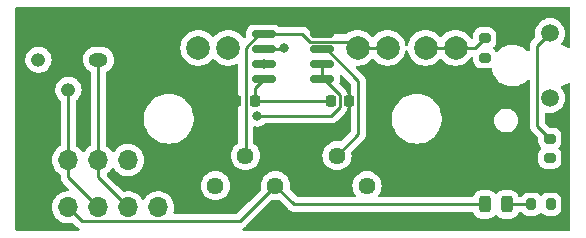
<source format=gtl>
%TF.GenerationSoftware,KiCad,Pcbnew,6.0.2+dfsg-1*%
%TF.CreationDate,2022-08-15T18:10:51-04:00*%
%TF.ProjectId,titan_wheel,74697461-6e5f-4776-9865-656c2e6b6963,1*%
%TF.SameCoordinates,Original*%
%TF.FileFunction,Copper,L1,Top*%
%TF.FilePolarity,Positive*%
%FSLAX46Y46*%
G04 Gerber Fmt 4.6, Leading zero omitted, Abs format (unit mm)*
G04 Created by KiCad (PCBNEW 6.0.2+dfsg-1) date 2022-08-15 18:10:51*
%MOMM*%
%LPD*%
G01*
G04 APERTURE LIST*
G04 Aperture macros list*
%AMRoundRect*
0 Rectangle with rounded corners*
0 $1 Rounding radius*
0 $2 $3 $4 $5 $6 $7 $8 $9 X,Y pos of 4 corners*
0 Add a 4 corners polygon primitive as box body*
4,1,4,$2,$3,$4,$5,$6,$7,$8,$9,$2,$3,0*
0 Add four circle primitives for the rounded corners*
1,1,$1+$1,$2,$3*
1,1,$1+$1,$4,$5*
1,1,$1+$1,$6,$7*
1,1,$1+$1,$8,$9*
0 Add four rect primitives between the rounded corners*
20,1,$1+$1,$2,$3,$4,$5,0*
20,1,$1+$1,$4,$5,$6,$7,0*
20,1,$1+$1,$6,$7,$8,$9,0*
20,1,$1+$1,$8,$9,$2,$3,0*%
G04 Aperture macros list end*
%TA.AperFunction,SMDPad,CuDef*%
%ADD10RoundRect,0.200000X0.275000X-0.200000X0.275000X0.200000X-0.275000X0.200000X-0.275000X-0.200000X0*%
%TD*%
%TA.AperFunction,ComponentPad*%
%ADD11C,2.000000*%
%TD*%
%TA.AperFunction,SMDPad,CuDef*%
%ADD12RoundRect,0.150000X0.825000X0.150000X-0.825000X0.150000X-0.825000X-0.150000X0.825000X-0.150000X0*%
%TD*%
%TA.AperFunction,SMDPad,CuDef*%
%ADD13RoundRect,0.200000X0.200000X0.275000X-0.200000X0.275000X-0.200000X-0.275000X0.200000X-0.275000X0*%
%TD*%
%TA.AperFunction,ComponentPad*%
%ADD14C,1.440000*%
%TD*%
%TA.AperFunction,ComponentPad*%
%ADD15R,1.700000X1.700000*%
%TD*%
%TA.AperFunction,ComponentPad*%
%ADD16O,1.700000X1.700000*%
%TD*%
%TA.AperFunction,SMDPad,CuDef*%
%ADD17RoundRect,0.225000X-0.225000X-0.250000X0.225000X-0.250000X0.225000X0.250000X-0.225000X0.250000X0*%
%TD*%
%TA.AperFunction,SMDPad,CuDef*%
%ADD18RoundRect,0.225000X0.225000X0.250000X-0.225000X0.250000X-0.225000X-0.250000X0.225000X-0.250000X0*%
%TD*%
%TA.AperFunction,SMDPad,CuDef*%
%ADD19RoundRect,0.243750X-0.243750X-0.456250X0.243750X-0.456250X0.243750X0.456250X-0.243750X0.456250X0*%
%TD*%
%TA.AperFunction,ComponentPad*%
%ADD20C,1.500000*%
%TD*%
%TA.AperFunction,ComponentPad*%
%ADD21O,1.600000X1.200000*%
%TD*%
%TA.AperFunction,ComponentPad*%
%ADD22O,1.200000X1.200000*%
%TD*%
%TA.AperFunction,ViaPad*%
%ADD23C,0.800000*%
%TD*%
%TA.AperFunction,Conductor*%
%ADD24C,0.250000*%
%TD*%
G04 APERTURE END LIST*
D10*
X160250000Y-43825000D03*
X160250000Y-42175000D03*
D11*
X157770000Y-43000000D03*
X155230000Y-43000000D03*
D12*
X146475000Y-45655000D03*
X146475000Y-44385000D03*
X146475000Y-43115000D03*
X146475000Y-41845000D03*
X141525000Y-41845000D03*
X141525000Y-43115000D03*
X141525000Y-44385000D03*
X141525000Y-45655000D03*
D13*
X165825000Y-56250000D03*
X164175000Y-56250000D03*
D14*
X150275000Y-54675000D03*
X147735000Y-52135000D03*
X145195000Y-54675000D03*
D15*
X122425000Y-56500000D03*
D16*
X124965000Y-56500000D03*
X127505000Y-56500000D03*
X130045000Y-56500000D03*
X132585000Y-56500000D03*
D11*
X132000000Y-41730000D03*
X132000000Y-44270000D03*
D17*
X147225000Y-47500000D03*
X148775000Y-47500000D03*
D14*
X142525000Y-54675000D03*
X139985000Y-52135000D03*
X137445000Y-54675000D03*
D11*
X135980000Y-43000000D03*
X138520000Y-43000000D03*
D10*
X165750000Y-52325000D03*
X165750000Y-50675000D03*
D18*
X140775000Y-47500000D03*
X139225000Y-47500000D03*
D19*
X160237500Y-56250000D03*
X162112500Y-56250000D03*
D11*
X152020000Y-43000000D03*
X149480000Y-43000000D03*
D15*
X122425000Y-52500000D03*
D16*
X124965000Y-52500000D03*
X127505000Y-52500000D03*
X130045000Y-52500000D03*
D20*
X165770000Y-41750000D03*
X163230000Y-41750000D03*
X165770000Y-47250000D03*
X163230000Y-47250000D03*
D21*
X127540000Y-44000000D03*
D22*
X125000000Y-46540000D03*
X122460000Y-44000000D03*
X125000000Y-41460000D03*
D23*
X141525000Y-44385000D03*
X165750000Y-52325000D03*
X165825000Y-56250000D03*
X160250000Y-43825000D03*
X147225000Y-47500000D03*
X143250000Y-43000000D03*
X160250000Y-42175000D03*
X141000000Y-48750000D03*
D24*
X164175000Y-56250000D02*
X162112500Y-56250000D01*
X126139511Y-57674511D02*
X139525489Y-57674511D01*
X139525489Y-57674511D02*
X142525000Y-54675000D01*
X160175000Y-56250000D02*
X144100000Y-56250000D01*
X144100000Y-56250000D02*
X142525000Y-54675000D01*
X124965000Y-56500000D02*
X126139511Y-57674511D01*
X124965000Y-53960000D02*
X127505000Y-56500000D01*
X125000000Y-46540000D02*
X125000000Y-52465000D01*
X125000000Y-52465000D02*
X124965000Y-52500000D01*
X124965000Y-52500000D02*
X124965000Y-53960000D01*
X127505000Y-53960000D02*
X130045000Y-56500000D01*
X127505000Y-52500000D02*
X127505000Y-53960000D01*
X127505000Y-52500000D02*
X127505000Y-44035000D01*
X127505000Y-44035000D02*
X127540000Y-44000000D01*
X140775000Y-47500000D02*
X140775000Y-46405000D01*
X140775000Y-46405000D02*
X141525000Y-45655000D01*
X140775000Y-47500000D02*
X147225000Y-47500000D01*
X165750000Y-50675000D02*
X164695489Y-49620489D01*
X164695489Y-42824511D02*
X165770000Y-41750000D01*
X164695489Y-49620489D02*
X164695489Y-42824511D01*
X155230000Y-43000000D02*
X157770000Y-43000000D01*
X159425000Y-43000000D02*
X160250000Y-42175000D01*
X141525000Y-43115000D02*
X143135000Y-43115000D01*
X157770000Y-43000000D02*
X159425000Y-43000000D01*
X143135000Y-43115000D02*
X143250000Y-43000000D01*
X149549520Y-50320480D02*
X149549520Y-45813448D01*
X149549520Y-45813448D02*
X146851072Y-43115000D01*
X146475000Y-43115000D02*
X146851072Y-43115000D01*
X147735000Y-52135000D02*
X149549520Y-50320480D01*
X139985000Y-52135000D02*
X139999520Y-52120480D01*
X145453448Y-42490480D02*
X148970480Y-42490480D01*
X149480000Y-43000000D02*
X152020000Y-43000000D01*
X139999520Y-52120480D02*
X139999520Y-42994408D01*
X148970480Y-42490480D02*
X149480000Y-43000000D01*
X141525000Y-41845000D02*
X144807968Y-41845000D01*
X141148928Y-41845000D02*
X141525000Y-41845000D01*
X139999520Y-42994408D02*
X141148928Y-41845000D01*
X144807968Y-41845000D02*
X145453448Y-42490480D01*
X146475000Y-44385000D02*
X146475000Y-45655000D01*
X147999520Y-47022382D02*
X147999520Y-48000480D01*
X141000000Y-48750000D02*
X147250000Y-48750000D01*
X146475000Y-45655000D02*
X146632138Y-45655000D01*
X147999520Y-48000480D02*
X147250000Y-48750000D01*
X146632138Y-45655000D02*
X147999520Y-47022382D01*
%TA.AperFunction,Conductor*%
G36*
X167434121Y-39528002D02*
G01*
X167480614Y-39581658D01*
X167492000Y-39634000D01*
X167492000Y-42881766D01*
X167471998Y-42949887D01*
X167418342Y-42996380D01*
X167348068Y-43006484D01*
X167300635Y-42989485D01*
X167204578Y-42931196D01*
X167204574Y-42931194D01*
X167200581Y-42928771D01*
X166959545Y-42827697D01*
X166785572Y-42783513D01*
X166724470Y-42747358D01*
X166692616Y-42683909D01*
X166700121Y-42613310D01*
X166727492Y-42572295D01*
X166737749Y-42562038D01*
X166755129Y-42537218D01*
X166860899Y-42386162D01*
X166860900Y-42386160D01*
X166864056Y-42381653D01*
X166866379Y-42376671D01*
X166866382Y-42376666D01*
X166920123Y-42261416D01*
X166957120Y-42182076D01*
X167014115Y-41969371D01*
X167033307Y-41750000D01*
X167014115Y-41530629D01*
X166957120Y-41317924D01*
X166888397Y-41170547D01*
X166866382Y-41123334D01*
X166866379Y-41123329D01*
X166864056Y-41118347D01*
X166810060Y-41041233D01*
X166740908Y-40942473D01*
X166740906Y-40942470D01*
X166737749Y-40937962D01*
X166582038Y-40782251D01*
X166401654Y-40655944D01*
X166202076Y-40562880D01*
X165989371Y-40505885D01*
X165770000Y-40486693D01*
X165550629Y-40505885D01*
X165337924Y-40562880D01*
X165244562Y-40606415D01*
X165143334Y-40653618D01*
X165143329Y-40653621D01*
X165138347Y-40655944D01*
X165133840Y-40659100D01*
X165133838Y-40659101D01*
X164962473Y-40779092D01*
X164962470Y-40779094D01*
X164957962Y-40782251D01*
X164802251Y-40937962D01*
X164799094Y-40942470D01*
X164799092Y-40942473D01*
X164729940Y-41041233D01*
X164675944Y-41118347D01*
X164673621Y-41123329D01*
X164673618Y-41123334D01*
X164651603Y-41170547D01*
X164582880Y-41317924D01*
X164525885Y-41530629D01*
X164506693Y-41750000D01*
X164525885Y-41969371D01*
X164527308Y-41974681D01*
X164527309Y-41974685D01*
X164534284Y-42000717D01*
X164532594Y-42071694D01*
X164501672Y-42122423D01*
X164303236Y-42320859D01*
X164294950Y-42328399D01*
X164288471Y-42332511D01*
X164283046Y-42338288D01*
X164241846Y-42382162D01*
X164239091Y-42385004D01*
X164219354Y-42404741D01*
X164216874Y-42407938D01*
X164209171Y-42416958D01*
X164178903Y-42449190D01*
X164175084Y-42456136D01*
X164175082Y-42456139D01*
X164169141Y-42466945D01*
X164158290Y-42483464D01*
X164145875Y-42499470D01*
X164142730Y-42506739D01*
X164142727Y-42506743D01*
X164128315Y-42540048D01*
X164123098Y-42550698D01*
X164101794Y-42589451D01*
X164099823Y-42597126D01*
X164099823Y-42597127D01*
X164096756Y-42609073D01*
X164090352Y-42627777D01*
X164082308Y-42646366D01*
X164081069Y-42654189D01*
X164081066Y-42654199D01*
X164075390Y-42690035D01*
X164072984Y-42701655D01*
X164061989Y-42744481D01*
X164061989Y-42764735D01*
X164060438Y-42784445D01*
X164057269Y-42804454D01*
X164058015Y-42812346D01*
X164061430Y-42848472D01*
X164061989Y-42860330D01*
X164061989Y-43166644D01*
X164041987Y-43234765D01*
X163988331Y-43281258D01*
X163918057Y-43291362D01*
X163853477Y-43261868D01*
X163841987Y-43250546D01*
X163828098Y-43234985D01*
X163828097Y-43234984D01*
X163824982Y-43231494D01*
X163624030Y-43064363D01*
X163562100Y-43026783D01*
X163404578Y-42931196D01*
X163404574Y-42931194D01*
X163400581Y-42928771D01*
X163159545Y-42827697D01*
X162906217Y-42763359D01*
X162901566Y-42762891D01*
X162901562Y-42762890D01*
X162692271Y-42741816D01*
X162689133Y-42741500D01*
X162533646Y-42741500D01*
X162531321Y-42741673D01*
X162531315Y-42741673D01*
X162344000Y-42755593D01*
X162343996Y-42755594D01*
X162339348Y-42755939D01*
X162334800Y-42756968D01*
X162334794Y-42756969D01*
X162159543Y-42796625D01*
X162084423Y-42813623D01*
X162080071Y-42815315D01*
X162080069Y-42815316D01*
X161845176Y-42906660D01*
X161845173Y-42906661D01*
X161840823Y-42908353D01*
X161836769Y-42910670D01*
X161836767Y-42910671D01*
X161791333Y-42936639D01*
X161613902Y-43038049D01*
X161408643Y-43199862D01*
X161360373Y-43251175D01*
X161332005Y-43281331D01*
X161270761Y-43317243D01*
X161199824Y-43314343D01*
X161141715Y-43273552D01*
X161132454Y-43260269D01*
X161094826Y-43198138D01*
X161086639Y-43184619D01*
X160991115Y-43089095D01*
X160957089Y-43026783D01*
X160962154Y-42955968D01*
X160991115Y-42910905D01*
X161086639Y-42815381D01*
X161175472Y-42668699D01*
X161226753Y-42505062D01*
X161233500Y-42431635D01*
X161233499Y-41918366D01*
X161233234Y-41915474D01*
X161227364Y-41851592D01*
X161226753Y-41844938D01*
X161224752Y-41838554D01*
X161177744Y-41688550D01*
X161177743Y-41688548D01*
X161175472Y-41681301D01*
X161086639Y-41534619D01*
X160965381Y-41413361D01*
X160818699Y-41324528D01*
X160811452Y-41322257D01*
X160811450Y-41322256D01*
X160702754Y-41288193D01*
X160655062Y-41273247D01*
X160581635Y-41266500D01*
X160154513Y-41266500D01*
X160154511Y-41266501D01*
X159918366Y-41266501D01*
X159915508Y-41266764D01*
X159915499Y-41266764D01*
X159879996Y-41270026D01*
X159844938Y-41273247D01*
X159838560Y-41275246D01*
X159838559Y-41275246D01*
X159688550Y-41322256D01*
X159688548Y-41322257D01*
X159681301Y-41324528D01*
X159534619Y-41413361D01*
X159413361Y-41534619D01*
X159324528Y-41681301D01*
X159273247Y-41844938D01*
X159266500Y-41918365D01*
X159266501Y-42072454D01*
X159266501Y-42108213D01*
X159246499Y-42176334D01*
X159192844Y-42222827D01*
X159122570Y-42232932D01*
X159057989Y-42203439D01*
X159033069Y-42174050D01*
X158996761Y-42114802D01*
X158996758Y-42114798D01*
X158994176Y-42110584D01*
X158839969Y-41930031D01*
X158659416Y-41775824D01*
X158655208Y-41773245D01*
X158655202Y-41773241D01*
X158461183Y-41654346D01*
X158456963Y-41651760D01*
X158452393Y-41649867D01*
X158452389Y-41649865D01*
X158242167Y-41562789D01*
X158242165Y-41562788D01*
X158237594Y-41560895D01*
X158155225Y-41541120D01*
X158011524Y-41506620D01*
X158011518Y-41506619D01*
X158006711Y-41505465D01*
X157770000Y-41486835D01*
X157533289Y-41505465D01*
X157528482Y-41506619D01*
X157528476Y-41506620D01*
X157384775Y-41541120D01*
X157302406Y-41560895D01*
X157297835Y-41562788D01*
X157297833Y-41562789D01*
X157087611Y-41649865D01*
X157087607Y-41649867D01*
X157083037Y-41651760D01*
X157078817Y-41654346D01*
X156884798Y-41773241D01*
X156884792Y-41773245D01*
X156880584Y-41775824D01*
X156700031Y-41930031D01*
X156696823Y-41933787D01*
X156696818Y-41933792D01*
X156595811Y-42052056D01*
X156536361Y-42090866D01*
X156465366Y-42091372D01*
X156404189Y-42052056D01*
X156303182Y-41933792D01*
X156303177Y-41933787D01*
X156299969Y-41930031D01*
X156119416Y-41775824D01*
X156115208Y-41773245D01*
X156115202Y-41773241D01*
X155921183Y-41654346D01*
X155916963Y-41651760D01*
X155912393Y-41649867D01*
X155912389Y-41649865D01*
X155702167Y-41562789D01*
X155702165Y-41562788D01*
X155697594Y-41560895D01*
X155615225Y-41541120D01*
X155471524Y-41506620D01*
X155471518Y-41506619D01*
X155466711Y-41505465D01*
X155230000Y-41486835D01*
X154993289Y-41505465D01*
X154988482Y-41506619D01*
X154988476Y-41506620D01*
X154844775Y-41541120D01*
X154762406Y-41560895D01*
X154757835Y-41562788D01*
X154757833Y-41562789D01*
X154547611Y-41649865D01*
X154547607Y-41649867D01*
X154543037Y-41651760D01*
X154538817Y-41654346D01*
X154344798Y-41773241D01*
X154344792Y-41773245D01*
X154340584Y-41775824D01*
X154160031Y-41930031D01*
X154005824Y-42110584D01*
X154003245Y-42114792D01*
X154003241Y-42114798D01*
X153884346Y-42308817D01*
X153881760Y-42313037D01*
X153879867Y-42317607D01*
X153879865Y-42317611D01*
X153797937Y-42515405D01*
X153790895Y-42532406D01*
X153767838Y-42628444D01*
X153747519Y-42713080D01*
X153712167Y-42774649D01*
X153649140Y-42807332D01*
X153578449Y-42800751D01*
X153522538Y-42756997D01*
X153502481Y-42713080D01*
X153482162Y-42628444D01*
X153459105Y-42532406D01*
X153452063Y-42515405D01*
X153370135Y-42317611D01*
X153370133Y-42317607D01*
X153368240Y-42313037D01*
X153365654Y-42308817D01*
X153246759Y-42114798D01*
X153246755Y-42114792D01*
X153244176Y-42110584D01*
X153089969Y-41930031D01*
X152909416Y-41775824D01*
X152905208Y-41773245D01*
X152905202Y-41773241D01*
X152711183Y-41654346D01*
X152706963Y-41651760D01*
X152702393Y-41649867D01*
X152702389Y-41649865D01*
X152492167Y-41562789D01*
X152492165Y-41562788D01*
X152487594Y-41560895D01*
X152405225Y-41541120D01*
X152261524Y-41506620D01*
X152261518Y-41506619D01*
X152256711Y-41505465D01*
X152020000Y-41486835D01*
X151783289Y-41505465D01*
X151778482Y-41506619D01*
X151778476Y-41506620D01*
X151634775Y-41541120D01*
X151552406Y-41560895D01*
X151547835Y-41562788D01*
X151547833Y-41562789D01*
X151337611Y-41649865D01*
X151337607Y-41649867D01*
X151333037Y-41651760D01*
X151328817Y-41654346D01*
X151134798Y-41773241D01*
X151134792Y-41773245D01*
X151130584Y-41775824D01*
X150950031Y-41930031D01*
X150946823Y-41933787D01*
X150946818Y-41933792D01*
X150845811Y-42052056D01*
X150786361Y-42090866D01*
X150715366Y-42091372D01*
X150654189Y-42052056D01*
X150553182Y-41933792D01*
X150553177Y-41933787D01*
X150549969Y-41930031D01*
X150369416Y-41775824D01*
X150365208Y-41773245D01*
X150365202Y-41773241D01*
X150171183Y-41654346D01*
X150166963Y-41651760D01*
X150162393Y-41649867D01*
X150162389Y-41649865D01*
X149952167Y-41562789D01*
X149952165Y-41562788D01*
X149947594Y-41560895D01*
X149865225Y-41541120D01*
X149721524Y-41506620D01*
X149721518Y-41506619D01*
X149716711Y-41505465D01*
X149480000Y-41486835D01*
X149243289Y-41505465D01*
X149238482Y-41506619D01*
X149238476Y-41506620D01*
X149094775Y-41541120D01*
X149012406Y-41560895D01*
X149007835Y-41562788D01*
X149007833Y-41562789D01*
X148797611Y-41649865D01*
X148797607Y-41649867D01*
X148793037Y-41651760D01*
X148788817Y-41654346D01*
X148594798Y-41773241D01*
X148594792Y-41773245D01*
X148590584Y-41775824D01*
X148586829Y-41779031D01*
X148586825Y-41779034D01*
X148530910Y-41826791D01*
X148466120Y-41855822D01*
X148449079Y-41856980D01*
X145768043Y-41856980D01*
X145699922Y-41836978D01*
X145678947Y-41820075D01*
X145508738Y-41649865D01*
X145311615Y-41452742D01*
X145304081Y-41444463D01*
X145299968Y-41437982D01*
X145250316Y-41391356D01*
X145247475Y-41388602D01*
X145227738Y-41368865D01*
X145224541Y-41366385D01*
X145215519Y-41358680D01*
X145189068Y-41333841D01*
X145183289Y-41328414D01*
X145176343Y-41324595D01*
X145176340Y-41324593D01*
X145165534Y-41318652D01*
X145149015Y-41307801D01*
X145148551Y-41307441D01*
X145133009Y-41295386D01*
X145125740Y-41292241D01*
X145125736Y-41292238D01*
X145092431Y-41277826D01*
X145081781Y-41272609D01*
X145043028Y-41251305D01*
X145023405Y-41246267D01*
X145004702Y-41239863D01*
X144993388Y-41234967D01*
X144993387Y-41234967D01*
X144986113Y-41231819D01*
X144978290Y-41230580D01*
X144978280Y-41230577D01*
X144942444Y-41224901D01*
X144930824Y-41222495D01*
X144895679Y-41213472D01*
X144895678Y-41213472D01*
X144887998Y-41211500D01*
X144867744Y-41211500D01*
X144848033Y-41209949D01*
X144835854Y-41208020D01*
X144828025Y-41206780D01*
X144820133Y-41207526D01*
X144784007Y-41210941D01*
X144772149Y-41211500D01*
X142849950Y-41211500D01*
X142781829Y-41191498D01*
X142768729Y-41180941D01*
X142768675Y-41181011D01*
X142762415Y-41176155D01*
X142756807Y-41170547D01*
X142749983Y-41166511D01*
X142749980Y-41166509D01*
X142620427Y-41089892D01*
X142620428Y-41089892D01*
X142613601Y-41085855D01*
X142605990Y-41083644D01*
X142605988Y-41083643D01*
X142553769Y-41068472D01*
X142453831Y-41039438D01*
X142447426Y-41038934D01*
X142447421Y-41038933D01*
X142418958Y-41036693D01*
X142418950Y-41036693D01*
X142416502Y-41036500D01*
X140633498Y-41036500D01*
X140631050Y-41036693D01*
X140631042Y-41036693D01*
X140602579Y-41038933D01*
X140602574Y-41038934D01*
X140596169Y-41039438D01*
X140496231Y-41068472D01*
X140444012Y-41083643D01*
X140444010Y-41083644D01*
X140436399Y-41085855D01*
X140429572Y-41089892D01*
X140429573Y-41089892D01*
X140300020Y-41166509D01*
X140300017Y-41166511D01*
X140293193Y-41170547D01*
X140175547Y-41288193D01*
X140171511Y-41295017D01*
X140171509Y-41295020D01*
X140126179Y-41371669D01*
X140090855Y-41431399D01*
X140088644Y-41439010D01*
X140088643Y-41439012D01*
X140074637Y-41487223D01*
X140044438Y-41591169D01*
X140041500Y-41628498D01*
X140041500Y-42004333D01*
X140021498Y-42072454D01*
X140004595Y-42093428D01*
X139949623Y-42148400D01*
X139887311Y-42182426D01*
X139816496Y-42177361D01*
X139759660Y-42134814D01*
X139753096Y-42125140D01*
X139746763Y-42114806D01*
X139744176Y-42110584D01*
X139710354Y-42070983D01*
X139593177Y-41933787D01*
X139589969Y-41930031D01*
X139409416Y-41775824D01*
X139405208Y-41773245D01*
X139405202Y-41773241D01*
X139211183Y-41654346D01*
X139206963Y-41651760D01*
X139202393Y-41649867D01*
X139202389Y-41649865D01*
X138992167Y-41562789D01*
X138992165Y-41562788D01*
X138987594Y-41560895D01*
X138905225Y-41541120D01*
X138761524Y-41506620D01*
X138761518Y-41506619D01*
X138756711Y-41505465D01*
X138520000Y-41486835D01*
X138283289Y-41505465D01*
X138278482Y-41506619D01*
X138278476Y-41506620D01*
X138134775Y-41541120D01*
X138052406Y-41560895D01*
X138047835Y-41562788D01*
X138047833Y-41562789D01*
X137837611Y-41649865D01*
X137837607Y-41649867D01*
X137833037Y-41651760D01*
X137828817Y-41654346D01*
X137634798Y-41773241D01*
X137634792Y-41773245D01*
X137630584Y-41775824D01*
X137450031Y-41930031D01*
X137446823Y-41933787D01*
X137446818Y-41933792D01*
X137345811Y-42052056D01*
X137286361Y-42090866D01*
X137215366Y-42091372D01*
X137154189Y-42052056D01*
X137053182Y-41933792D01*
X137053177Y-41933787D01*
X137049969Y-41930031D01*
X136869416Y-41775824D01*
X136865208Y-41773245D01*
X136865202Y-41773241D01*
X136671183Y-41654346D01*
X136666963Y-41651760D01*
X136662393Y-41649867D01*
X136662389Y-41649865D01*
X136452167Y-41562789D01*
X136452165Y-41562788D01*
X136447594Y-41560895D01*
X136365225Y-41541120D01*
X136221524Y-41506620D01*
X136221518Y-41506619D01*
X136216711Y-41505465D01*
X135980000Y-41486835D01*
X135743289Y-41505465D01*
X135738482Y-41506619D01*
X135738476Y-41506620D01*
X135594775Y-41541120D01*
X135512406Y-41560895D01*
X135507835Y-41562788D01*
X135507833Y-41562789D01*
X135297611Y-41649865D01*
X135297607Y-41649867D01*
X135293037Y-41651760D01*
X135288817Y-41654346D01*
X135094798Y-41773241D01*
X135094792Y-41773245D01*
X135090584Y-41775824D01*
X134910031Y-41930031D01*
X134755824Y-42110584D01*
X134753245Y-42114792D01*
X134753241Y-42114798D01*
X134634346Y-42308817D01*
X134631760Y-42313037D01*
X134629867Y-42317607D01*
X134629865Y-42317611D01*
X134547937Y-42515405D01*
X134540895Y-42532406D01*
X134531319Y-42572295D01*
X134486976Y-42756997D01*
X134485465Y-42763289D01*
X134466835Y-43000000D01*
X134485465Y-43236711D01*
X134486619Y-43241518D01*
X134486620Y-43241524D01*
X134514717Y-43358553D01*
X134540895Y-43467594D01*
X134542788Y-43472165D01*
X134542789Y-43472167D01*
X134622654Y-43664978D01*
X134631760Y-43686963D01*
X134634346Y-43691183D01*
X134753241Y-43885202D01*
X134753245Y-43885208D01*
X134755824Y-43889416D01*
X134910031Y-44069969D01*
X135090584Y-44224176D01*
X135094792Y-44226755D01*
X135094798Y-44226759D01*
X135255433Y-44325196D01*
X135293037Y-44348240D01*
X135297607Y-44350133D01*
X135297611Y-44350135D01*
X135507833Y-44437211D01*
X135512406Y-44439105D01*
X135569446Y-44452799D01*
X135738476Y-44493380D01*
X135738482Y-44493381D01*
X135743289Y-44494535D01*
X135980000Y-44513165D01*
X136216711Y-44494535D01*
X136221518Y-44493381D01*
X136221524Y-44493380D01*
X136390554Y-44452799D01*
X136447594Y-44439105D01*
X136452167Y-44437211D01*
X136662389Y-44350135D01*
X136662393Y-44350133D01*
X136666963Y-44348240D01*
X136704567Y-44325196D01*
X136865202Y-44226759D01*
X136865208Y-44226755D01*
X136869416Y-44224176D01*
X137049969Y-44069969D01*
X137053177Y-44066213D01*
X137053182Y-44066208D01*
X137154189Y-43947944D01*
X137213639Y-43909134D01*
X137284634Y-43908628D01*
X137345811Y-43947944D01*
X137446818Y-44066208D01*
X137446823Y-44066213D01*
X137450031Y-44069969D01*
X137630584Y-44224176D01*
X137634792Y-44226755D01*
X137634798Y-44226759D01*
X137795433Y-44325196D01*
X137833037Y-44348240D01*
X137837607Y-44350133D01*
X137837611Y-44350135D01*
X138047833Y-44437211D01*
X138052406Y-44439105D01*
X138109446Y-44452799D01*
X138278476Y-44493380D01*
X138278482Y-44493381D01*
X138283289Y-44494535D01*
X138520000Y-44513165D01*
X138756711Y-44494535D01*
X138761518Y-44493381D01*
X138761524Y-44493380D01*
X138930554Y-44452799D01*
X138987594Y-44439105D01*
X139137878Y-44376856D01*
X139191802Y-44354520D01*
X139262392Y-44346931D01*
X139325879Y-44378711D01*
X139362106Y-44439769D01*
X139366020Y-44470929D01*
X139366020Y-51003102D01*
X139346018Y-51071223D01*
X139312290Y-51106315D01*
X139192319Y-51190319D01*
X139040319Y-51342319D01*
X138917024Y-51518404D01*
X138914703Y-51523382D01*
X138914701Y-51523385D01*
X138857337Y-51646403D01*
X138826178Y-51713223D01*
X138824756Y-51718531D01*
X138824755Y-51718533D01*
X138786691Y-51860590D01*
X138770542Y-51920858D01*
X138751807Y-52135000D01*
X138770542Y-52349142D01*
X138771966Y-52354455D01*
X138771966Y-52354457D01*
X138810965Y-52500000D01*
X138826178Y-52556777D01*
X138828500Y-52561757D01*
X138828501Y-52561759D01*
X138839118Y-52584526D01*
X138917024Y-52751596D01*
X139040319Y-52927681D01*
X139192319Y-53079681D01*
X139368403Y-53202976D01*
X139373381Y-53205297D01*
X139373384Y-53205299D01*
X139558241Y-53291499D01*
X139563223Y-53293822D01*
X139568531Y-53295244D01*
X139568533Y-53295245D01*
X139765543Y-53348034D01*
X139765545Y-53348034D01*
X139770858Y-53349458D01*
X139985000Y-53368193D01*
X140199142Y-53349458D01*
X140204455Y-53348034D01*
X140204457Y-53348034D01*
X140401467Y-53295245D01*
X140401469Y-53295244D01*
X140406777Y-53293822D01*
X140411759Y-53291499D01*
X140596616Y-53205299D01*
X140596619Y-53205297D01*
X140601597Y-53202976D01*
X140777681Y-53079681D01*
X140929681Y-52927681D01*
X141052976Y-52751596D01*
X141130883Y-52584526D01*
X141141499Y-52561759D01*
X141141500Y-52561757D01*
X141143822Y-52556777D01*
X141159036Y-52500000D01*
X141198034Y-52354457D01*
X141198034Y-52354455D01*
X141199458Y-52349142D01*
X141218193Y-52135000D01*
X141199458Y-51920858D01*
X141183309Y-51860590D01*
X141145245Y-51718533D01*
X141145244Y-51718531D01*
X141143822Y-51713223D01*
X141112663Y-51646403D01*
X141055299Y-51523385D01*
X141055297Y-51523382D01*
X141052976Y-51518404D01*
X140929681Y-51342319D01*
X140777681Y-51190319D01*
X140686750Y-51126649D01*
X140642421Y-51071192D01*
X140633020Y-51023436D01*
X140633020Y-49756390D01*
X140653022Y-49688269D01*
X140706678Y-49641776D01*
X140776952Y-49631672D01*
X140785217Y-49633143D01*
X140898056Y-49657128D01*
X140898061Y-49657128D01*
X140904513Y-49658500D01*
X141095487Y-49658500D01*
X141101939Y-49657128D01*
X141101944Y-49657128D01*
X141188888Y-49638647D01*
X141282288Y-49618794D01*
X141395644Y-49568325D01*
X141450722Y-49543803D01*
X141450724Y-49543802D01*
X141456752Y-49541118D01*
X141480718Y-49523706D01*
X141605914Y-49432745D01*
X141611253Y-49428866D01*
X141615668Y-49423963D01*
X141620580Y-49419540D01*
X141621705Y-49420789D01*
X141675014Y-49387949D01*
X141708200Y-49383500D01*
X147171233Y-49383500D01*
X147182416Y-49384027D01*
X147189909Y-49385702D01*
X147197835Y-49385453D01*
X147197836Y-49385453D01*
X147257986Y-49383562D01*
X147261945Y-49383500D01*
X147289856Y-49383500D01*
X147293791Y-49383003D01*
X147293856Y-49382995D01*
X147305693Y-49382062D01*
X147337951Y-49381048D01*
X147341970Y-49380922D01*
X147349889Y-49380673D01*
X147369343Y-49375021D01*
X147388700Y-49371013D01*
X147400930Y-49369468D01*
X147400931Y-49369468D01*
X147408797Y-49368474D01*
X147416168Y-49365555D01*
X147416170Y-49365555D01*
X147449912Y-49352196D01*
X147461142Y-49348351D01*
X147495983Y-49338229D01*
X147495984Y-49338229D01*
X147503593Y-49336018D01*
X147510412Y-49331985D01*
X147510417Y-49331983D01*
X147521028Y-49325707D01*
X147538776Y-49317012D01*
X147557617Y-49309552D01*
X147593387Y-49283564D01*
X147603307Y-49277048D01*
X147634535Y-49258580D01*
X147634538Y-49258578D01*
X147641362Y-49254542D01*
X147655683Y-49240221D01*
X147670717Y-49227380D01*
X147680694Y-49220131D01*
X147687107Y-49215472D01*
X147715298Y-49181395D01*
X147723288Y-49172616D01*
X148391767Y-48504137D01*
X148400057Y-48496593D01*
X148406538Y-48492480D01*
X148453179Y-48442812D01*
X148455933Y-48439971D01*
X148475654Y-48420250D01*
X148478132Y-48417055D01*
X148485838Y-48408033D01*
X148510678Y-48381581D01*
X148516106Y-48375801D01*
X148525866Y-48358048D01*
X148536719Y-48341525D01*
X148544273Y-48331786D01*
X148549133Y-48325521D01*
X148566696Y-48284937D01*
X148571903Y-48274307D01*
X148593215Y-48235540D01*
X148595186Y-48227863D01*
X148595188Y-48227858D01*
X148598252Y-48215922D01*
X148604658Y-48197210D01*
X148609554Y-48185897D01*
X148612701Y-48178625D01*
X148616393Y-48155319D01*
X148619617Y-48134961D01*
X148622024Y-48123340D01*
X148631048Y-48088191D01*
X148631048Y-48088190D01*
X148633020Y-48080510D01*
X148633020Y-48060249D01*
X148634571Y-48040538D01*
X148636499Y-48028365D01*
X148637739Y-48020537D01*
X148633579Y-47976526D01*
X148633020Y-47964669D01*
X148633020Y-47101149D01*
X148633547Y-47089966D01*
X148635222Y-47082473D01*
X148633765Y-47036106D01*
X148633082Y-47014396D01*
X148633020Y-47010437D01*
X148633020Y-46982526D01*
X148632515Y-46978526D01*
X148631582Y-46966683D01*
X148630442Y-46930411D01*
X148630193Y-46922492D01*
X148624542Y-46903040D01*
X148620534Y-46883688D01*
X148618987Y-46871445D01*
X148617994Y-46863585D01*
X148602019Y-46823235D01*
X148601720Y-46822479D01*
X148597875Y-46811252D01*
X148593883Y-46797512D01*
X148585538Y-46768789D01*
X148581504Y-46761967D01*
X148581501Y-46761961D01*
X148575226Y-46751350D01*
X148566530Y-46733600D01*
X148561992Y-46722138D01*
X148561989Y-46722133D01*
X148559072Y-46714765D01*
X148533093Y-46679007D01*
X148526577Y-46669089D01*
X148508095Y-46637839D01*
X148504062Y-46631019D01*
X148489738Y-46616695D01*
X148476896Y-46601660D01*
X148464992Y-46585275D01*
X148430926Y-46557093D01*
X148422147Y-46549104D01*
X147969152Y-46096109D01*
X147935126Y-46033797D01*
X147937250Y-45971861D01*
X147939456Y-45964270D01*
X147946857Y-45938795D01*
X147953768Y-45915008D01*
X147953769Y-45915003D01*
X147955562Y-45908831D01*
X147957565Y-45883391D01*
X147958307Y-45873958D01*
X147958307Y-45873950D01*
X147958500Y-45871502D01*
X147958500Y-45438498D01*
X147958307Y-45436040D01*
X147958306Y-45436026D01*
X147957947Y-45431461D01*
X147972546Y-45361981D01*
X148022391Y-45311424D01*
X148091656Y-45295841D01*
X148158351Y-45320180D01*
X148172645Y-45332478D01*
X148879117Y-46038950D01*
X148913141Y-46101260D01*
X148916020Y-46128043D01*
X148916020Y-50005886D01*
X148896018Y-50074007D01*
X148879115Y-50094981D01*
X148082929Y-50891167D01*
X148020617Y-50925193D01*
X147961224Y-50923779D01*
X147954460Y-50921967D01*
X147949142Y-50920542D01*
X147735000Y-50901807D01*
X147520858Y-50920542D01*
X147515545Y-50921966D01*
X147515543Y-50921966D01*
X147318533Y-50974755D01*
X147318531Y-50974756D01*
X147313223Y-50976178D01*
X147308243Y-50978500D01*
X147308241Y-50978501D01*
X147123385Y-51064701D01*
X147123382Y-51064703D01*
X147118404Y-51067024D01*
X146942319Y-51190319D01*
X146790319Y-51342319D01*
X146667024Y-51518404D01*
X146664703Y-51523382D01*
X146664701Y-51523385D01*
X146607337Y-51646403D01*
X146576178Y-51713223D01*
X146574756Y-51718531D01*
X146574755Y-51718533D01*
X146536691Y-51860590D01*
X146520542Y-51920858D01*
X146501807Y-52135000D01*
X146520542Y-52349142D01*
X146521966Y-52354455D01*
X146521966Y-52354457D01*
X146560965Y-52500000D01*
X146576178Y-52556777D01*
X146578500Y-52561757D01*
X146578501Y-52561759D01*
X146589118Y-52584526D01*
X146667024Y-52751596D01*
X146790319Y-52927681D01*
X146942319Y-53079681D01*
X147118403Y-53202976D01*
X147123381Y-53205297D01*
X147123384Y-53205299D01*
X147308241Y-53291499D01*
X147313223Y-53293822D01*
X147318531Y-53295244D01*
X147318533Y-53295245D01*
X147515543Y-53348034D01*
X147515545Y-53348034D01*
X147520858Y-53349458D01*
X147735000Y-53368193D01*
X147949142Y-53349458D01*
X147954455Y-53348034D01*
X147954457Y-53348034D01*
X148151467Y-53295245D01*
X148151469Y-53295244D01*
X148156777Y-53293822D01*
X148161759Y-53291499D01*
X148346616Y-53205299D01*
X148346619Y-53205297D01*
X148351597Y-53202976D01*
X148527681Y-53079681D01*
X148679681Y-52927681D01*
X148802976Y-52751596D01*
X148880883Y-52584526D01*
X148891499Y-52561759D01*
X148891500Y-52561757D01*
X148893822Y-52556777D01*
X148909036Y-52500000D01*
X148948034Y-52354457D01*
X148948034Y-52354455D01*
X148949458Y-52349142D01*
X148968193Y-52135000D01*
X148949458Y-51920858D01*
X148946221Y-51908776D01*
X148947911Y-51837800D01*
X148978831Y-51787073D01*
X149941784Y-50824121D01*
X149950058Y-50816592D01*
X149956538Y-50812480D01*
X149969952Y-50798196D01*
X150003163Y-50762829D01*
X150005918Y-50759987D01*
X150025655Y-50740250D01*
X150028135Y-50737053D01*
X150035840Y-50728031D01*
X150060679Y-50701580D01*
X150066106Y-50695801D01*
X150069925Y-50688855D01*
X150069927Y-50688852D01*
X150075868Y-50678046D01*
X150086719Y-50661527D01*
X150094278Y-50651781D01*
X150099134Y-50645521D01*
X150102279Y-50638252D01*
X150102282Y-50638248D01*
X150116694Y-50604943D01*
X150121911Y-50594293D01*
X150143215Y-50555540D01*
X150148253Y-50535917D01*
X150154657Y-50517214D01*
X150159553Y-50505900D01*
X150159553Y-50505899D01*
X150162701Y-50498625D01*
X150163940Y-50490802D01*
X150163943Y-50490792D01*
X150169619Y-50454956D01*
X150172025Y-50443336D01*
X150181048Y-50408191D01*
X150181048Y-50408190D01*
X150183020Y-50400510D01*
X150183020Y-50380256D01*
X150184571Y-50360545D01*
X150186500Y-50348366D01*
X150187740Y-50340537D01*
X150183579Y-50296518D01*
X150183020Y-50284661D01*
X150183020Y-49132703D01*
X152390743Y-49132703D01*
X152391302Y-49136947D01*
X152391302Y-49136951D01*
X152396552Y-49176827D01*
X152428268Y-49417734D01*
X152429401Y-49421874D01*
X152429401Y-49421876D01*
X152433035Y-49435159D01*
X152504129Y-49695036D01*
X152505813Y-49698984D01*
X152606280Y-49934523D01*
X152616923Y-49959476D01*
X152671809Y-50051183D01*
X152749683Y-50181301D01*
X152764561Y-50206161D01*
X152944313Y-50430528D01*
X153152851Y-50628423D01*
X153386317Y-50796186D01*
X153390112Y-50798195D01*
X153390113Y-50798196D01*
X153411869Y-50809715D01*
X153640392Y-50930712D01*
X153910373Y-51029511D01*
X154191264Y-51090755D01*
X154219841Y-51093004D01*
X154414282Y-51108307D01*
X154414291Y-51108307D01*
X154416739Y-51108500D01*
X154572271Y-51108500D01*
X154574407Y-51108354D01*
X154574418Y-51108354D01*
X154782548Y-51094165D01*
X154782554Y-51094164D01*
X154786825Y-51093873D01*
X154791020Y-51093004D01*
X154791022Y-51093004D01*
X154927692Y-51064701D01*
X155068342Y-51035574D01*
X155339343Y-50939607D01*
X155594812Y-50807750D01*
X155598313Y-50805289D01*
X155598317Y-50805287D01*
X155802866Y-50661527D01*
X155830023Y-50642441D01*
X155964783Y-50517214D01*
X156037479Y-50449661D01*
X156037481Y-50449658D01*
X156040622Y-50446740D01*
X156222713Y-50224268D01*
X156372927Y-49979142D01*
X156488483Y-49715898D01*
X156493174Y-49699432D01*
X156538098Y-49541722D01*
X156567244Y-49439406D01*
X156607751Y-49154784D01*
X156607814Y-49142925D01*
X161036645Y-49142925D01*
X161037204Y-49149065D01*
X161053914Y-49332676D01*
X161054570Y-49339888D01*
X161056308Y-49345794D01*
X161056309Y-49345798D01*
X161076228Y-49413478D01*
X161110410Y-49529619D01*
X161113263Y-49535077D01*
X161113265Y-49535081D01*
X161126501Y-49560398D01*
X161202040Y-49704890D01*
X161325968Y-49859025D01*
X161330692Y-49862989D01*
X161334843Y-49866472D01*
X161477474Y-49986154D01*
X161482872Y-49989121D01*
X161482877Y-49989125D01*
X161595762Y-50051183D01*
X161650787Y-50081433D01*
X161656654Y-50083294D01*
X161656656Y-50083295D01*
X161833436Y-50139373D01*
X161839306Y-50141235D01*
X161993227Y-50158500D01*
X162099769Y-50158500D01*
X162102825Y-50158200D01*
X162102832Y-50158200D01*
X162161340Y-50152463D01*
X162246833Y-50144080D01*
X162252734Y-50142298D01*
X162252736Y-50142298D01*
X162409456Y-50094981D01*
X162436169Y-50086916D01*
X162610796Y-49994066D01*
X162697062Y-49923709D01*
X162759287Y-49872960D01*
X162759290Y-49872957D01*
X162764062Y-49869065D01*
X162799755Y-49825920D01*
X162886201Y-49721425D01*
X162886203Y-49721421D01*
X162890130Y-49716675D01*
X162984198Y-49542701D01*
X163042682Y-49353768D01*
X163050428Y-49280073D01*
X163062711Y-49163204D01*
X163062711Y-49163202D01*
X163063355Y-49157075D01*
X163045430Y-48960112D01*
X163018114Y-48867297D01*
X162991330Y-48776294D01*
X162989590Y-48770381D01*
X162979919Y-48751881D01*
X162900813Y-48600568D01*
X162897960Y-48595110D01*
X162774032Y-48440975D01*
X162767727Y-48435684D01*
X162688079Y-48368852D01*
X162622526Y-48313846D01*
X162617128Y-48310879D01*
X162617123Y-48310875D01*
X162454608Y-48221533D01*
X162454609Y-48221533D01*
X162449213Y-48218567D01*
X162443346Y-48216706D01*
X162443344Y-48216705D01*
X162266564Y-48160627D01*
X162266563Y-48160627D01*
X162260694Y-48158765D01*
X162106773Y-48141500D01*
X162000231Y-48141500D01*
X161997175Y-48141800D01*
X161997168Y-48141800D01*
X161938660Y-48147537D01*
X161853167Y-48155920D01*
X161847266Y-48157702D01*
X161847264Y-48157702D01*
X161773947Y-48179838D01*
X161663831Y-48213084D01*
X161489204Y-48305934D01*
X161435961Y-48349358D01*
X161340713Y-48427040D01*
X161340710Y-48427043D01*
X161335938Y-48430935D01*
X161332011Y-48435682D01*
X161332009Y-48435684D01*
X161213799Y-48578575D01*
X161213797Y-48578579D01*
X161209870Y-48583325D01*
X161115802Y-48757299D01*
X161057318Y-48946232D01*
X161036645Y-49142925D01*
X156607814Y-49142925D01*
X156609235Y-48871583D01*
X156609235Y-48871576D01*
X156609257Y-48867297D01*
X156571732Y-48582266D01*
X156495871Y-48304964D01*
X156455921Y-48211303D01*
X156384763Y-48044476D01*
X156384761Y-48044472D01*
X156383077Y-48040524D01*
X156235439Y-47793839D01*
X156055687Y-47569472D01*
X155895248Y-47417221D01*
X155850258Y-47374527D01*
X155850255Y-47374525D01*
X155847149Y-47371577D01*
X155613683Y-47203814D01*
X155591843Y-47192250D01*
X155541328Y-47165504D01*
X155359608Y-47069288D01*
X155089627Y-46970489D01*
X154808736Y-46909245D01*
X154777685Y-46906801D01*
X154585718Y-46891693D01*
X154585709Y-46891693D01*
X154583261Y-46891500D01*
X154427729Y-46891500D01*
X154425593Y-46891646D01*
X154425582Y-46891646D01*
X154217452Y-46905835D01*
X154217446Y-46905836D01*
X154213175Y-46906127D01*
X154208980Y-46906996D01*
X154208978Y-46906996D01*
X154186698Y-46911610D01*
X153931658Y-46964426D01*
X153660657Y-47060393D01*
X153656848Y-47062359D01*
X153457008Y-47165504D01*
X153405188Y-47192250D01*
X153401687Y-47194711D01*
X153401683Y-47194713D01*
X153391594Y-47201804D01*
X153169977Y-47357559D01*
X152959378Y-47553260D01*
X152777287Y-47775732D01*
X152627073Y-48020858D01*
X152625347Y-48024791D01*
X152625346Y-48024792D01*
X152542692Y-48213084D01*
X152511517Y-48284102D01*
X152432756Y-48560594D01*
X152392249Y-48845216D01*
X152392227Y-48849505D01*
X152392226Y-48849512D01*
X152390765Y-49128417D01*
X152390743Y-49132703D01*
X150183020Y-49132703D01*
X150183020Y-45892216D01*
X150183547Y-45881033D01*
X150185222Y-45873540D01*
X150183863Y-45830282D01*
X150183082Y-45805450D01*
X150183020Y-45801492D01*
X150183020Y-45773592D01*
X150182516Y-45769601D01*
X150181583Y-45757759D01*
X150181394Y-45751728D01*
X150180194Y-45713559D01*
X150177982Y-45705945D01*
X150177981Y-45705940D01*
X150174543Y-45694107D01*
X150170532Y-45674743D01*
X150168987Y-45662512D01*
X150167994Y-45654651D01*
X150165077Y-45647284D01*
X150165076Y-45647279D01*
X150151718Y-45613540D01*
X150147874Y-45602313D01*
X150145752Y-45595009D01*
X150135538Y-45559855D01*
X150125227Y-45542420D01*
X150116532Y-45524672D01*
X150109072Y-45505831D01*
X150083084Y-45470061D01*
X150076568Y-45460141D01*
X150058100Y-45428913D01*
X150058098Y-45428910D01*
X150054062Y-45422086D01*
X150039741Y-45407765D01*
X150026900Y-45392731D01*
X150019651Y-45382754D01*
X150014992Y-45376341D01*
X149980915Y-45348150D01*
X149972136Y-45340160D01*
X149358039Y-44726063D01*
X149324013Y-44663751D01*
X149329078Y-44592936D01*
X149371625Y-44536100D01*
X149438145Y-44511289D01*
X149457022Y-44511357D01*
X149475060Y-44512777D01*
X149475070Y-44512777D01*
X149480000Y-44513165D01*
X149716711Y-44494535D01*
X149721518Y-44493381D01*
X149721524Y-44493380D01*
X149890554Y-44452799D01*
X149947594Y-44439105D01*
X149952167Y-44437211D01*
X150162389Y-44350135D01*
X150162393Y-44350133D01*
X150166963Y-44348240D01*
X150204567Y-44325196D01*
X150365202Y-44226759D01*
X150365208Y-44226755D01*
X150369416Y-44224176D01*
X150549969Y-44069969D01*
X150553177Y-44066213D01*
X150553182Y-44066208D01*
X150654189Y-43947944D01*
X150713639Y-43909134D01*
X150784634Y-43908628D01*
X150845811Y-43947944D01*
X150946818Y-44066208D01*
X150946823Y-44066213D01*
X150950031Y-44069969D01*
X151130584Y-44224176D01*
X151134792Y-44226755D01*
X151134798Y-44226759D01*
X151295433Y-44325196D01*
X151333037Y-44348240D01*
X151337607Y-44350133D01*
X151337611Y-44350135D01*
X151547833Y-44437211D01*
X151552406Y-44439105D01*
X151609446Y-44452799D01*
X151778476Y-44493380D01*
X151778482Y-44493381D01*
X151783289Y-44494535D01*
X152020000Y-44513165D01*
X152256711Y-44494535D01*
X152261518Y-44493381D01*
X152261524Y-44493380D01*
X152430554Y-44452799D01*
X152487594Y-44439105D01*
X152492167Y-44437211D01*
X152702389Y-44350135D01*
X152702393Y-44350133D01*
X152706963Y-44348240D01*
X152744567Y-44325196D01*
X152905202Y-44226759D01*
X152905208Y-44226755D01*
X152909416Y-44224176D01*
X153089969Y-44069969D01*
X153244176Y-43889416D01*
X153246755Y-43885208D01*
X153246759Y-43885202D01*
X153365654Y-43691183D01*
X153368240Y-43686963D01*
X153377347Y-43664978D01*
X153457211Y-43472167D01*
X153457212Y-43472165D01*
X153459105Y-43467594D01*
X153495897Y-43314343D01*
X153502481Y-43286920D01*
X153537833Y-43225351D01*
X153600860Y-43192668D01*
X153671551Y-43199249D01*
X153727462Y-43243003D01*
X153747519Y-43286920D01*
X153754103Y-43314343D01*
X153790895Y-43467594D01*
X153792788Y-43472165D01*
X153792789Y-43472167D01*
X153872654Y-43664978D01*
X153881760Y-43686963D01*
X153884346Y-43691183D01*
X154003241Y-43885202D01*
X154003245Y-43885208D01*
X154005824Y-43889416D01*
X154160031Y-44069969D01*
X154340584Y-44224176D01*
X154344792Y-44226755D01*
X154344798Y-44226759D01*
X154505433Y-44325196D01*
X154543037Y-44348240D01*
X154547607Y-44350133D01*
X154547611Y-44350135D01*
X154757833Y-44437211D01*
X154762406Y-44439105D01*
X154819446Y-44452799D01*
X154988476Y-44493380D01*
X154988482Y-44493381D01*
X154993289Y-44494535D01*
X155230000Y-44513165D01*
X155466711Y-44494535D01*
X155471518Y-44493381D01*
X155471524Y-44493380D01*
X155640554Y-44452799D01*
X155697594Y-44439105D01*
X155702167Y-44437211D01*
X155912389Y-44350135D01*
X155912393Y-44350133D01*
X155916963Y-44348240D01*
X155954567Y-44325196D01*
X156115202Y-44226759D01*
X156115208Y-44226755D01*
X156119416Y-44224176D01*
X156299969Y-44069969D01*
X156303177Y-44066213D01*
X156303182Y-44066208D01*
X156404189Y-43947944D01*
X156463639Y-43909134D01*
X156534634Y-43908628D01*
X156595811Y-43947944D01*
X156696818Y-44066208D01*
X156696823Y-44066213D01*
X156700031Y-44069969D01*
X156880584Y-44224176D01*
X156884792Y-44226755D01*
X156884798Y-44226759D01*
X157045433Y-44325196D01*
X157083037Y-44348240D01*
X157087607Y-44350133D01*
X157087611Y-44350135D01*
X157297833Y-44437211D01*
X157302406Y-44439105D01*
X157359446Y-44452799D01*
X157528476Y-44493380D01*
X157528482Y-44493381D01*
X157533289Y-44494535D01*
X157770000Y-44513165D01*
X158006711Y-44494535D01*
X158011518Y-44493381D01*
X158011524Y-44493380D01*
X158180554Y-44452799D01*
X158237594Y-44439105D01*
X158242167Y-44437211D01*
X158452389Y-44350135D01*
X158452393Y-44350133D01*
X158456963Y-44348240D01*
X158494567Y-44325196D01*
X158655202Y-44226759D01*
X158655208Y-44226755D01*
X158659416Y-44224176D01*
X158839969Y-44069969D01*
X158994176Y-43889416D01*
X158996761Y-43885198D01*
X159033069Y-43825950D01*
X159085717Y-43778319D01*
X159155758Y-43766713D01*
X159220956Y-43794817D01*
X159260609Y-43853707D01*
X159266501Y-43891783D01*
X159266501Y-44081634D01*
X159273247Y-44155062D01*
X159275246Y-44161440D01*
X159275246Y-44161441D01*
X159295716Y-44226759D01*
X159324528Y-44318699D01*
X159413361Y-44465381D01*
X159534619Y-44586639D01*
X159681301Y-44675472D01*
X159688548Y-44677743D01*
X159688550Y-44677744D01*
X159754836Y-44698517D01*
X159844938Y-44726753D01*
X159918365Y-44733500D01*
X160345487Y-44733500D01*
X160345489Y-44733499D01*
X160581634Y-44733499D01*
X160584492Y-44733236D01*
X160584501Y-44733236D01*
X160620004Y-44729974D01*
X160655062Y-44726753D01*
X160705441Y-44710965D01*
X160776425Y-44709680D01*
X160836836Y-44746977D01*
X160867969Y-44814208D01*
X160875104Y-44866638D01*
X160948243Y-45117567D01*
X161057668Y-45354928D01*
X161071707Y-45376341D01*
X161198410Y-45569596D01*
X161198414Y-45569601D01*
X161200976Y-45573509D01*
X161375018Y-45768506D01*
X161575970Y-45935637D01*
X161579973Y-45938066D01*
X161795422Y-46068804D01*
X161795426Y-46068806D01*
X161799419Y-46071229D01*
X162040455Y-46172303D01*
X162293783Y-46236641D01*
X162298434Y-46237109D01*
X162298438Y-46237110D01*
X162456315Y-46253007D01*
X162510867Y-46258500D01*
X162666354Y-46258500D01*
X162668679Y-46258327D01*
X162668685Y-46258327D01*
X162856000Y-46244407D01*
X162856004Y-46244406D01*
X162860652Y-46244061D01*
X162865200Y-46243032D01*
X162865206Y-46243031D01*
X163051601Y-46200853D01*
X163115577Y-46186377D01*
X163151769Y-46172303D01*
X163354824Y-46093340D01*
X163354827Y-46093339D01*
X163359177Y-46091647D01*
X163586098Y-45961951D01*
X163791357Y-45800138D01*
X163844214Y-45743949D01*
X163905458Y-45708037D01*
X163976395Y-45710937D01*
X164034504Y-45751728D01*
X164061335Y-45817459D01*
X164061989Y-45830282D01*
X164061989Y-49541722D01*
X164061462Y-49552905D01*
X164059787Y-49560398D01*
X164060036Y-49568324D01*
X164060036Y-49568325D01*
X164061927Y-49628475D01*
X164061989Y-49632434D01*
X164061989Y-49660345D01*
X164062486Y-49664279D01*
X164062486Y-49664280D01*
X164062494Y-49664345D01*
X164063427Y-49676182D01*
X164064816Y-49720378D01*
X164070467Y-49739828D01*
X164074476Y-49759189D01*
X164077015Y-49779286D01*
X164079934Y-49786657D01*
X164079934Y-49786659D01*
X164093293Y-49820401D01*
X164097138Y-49831631D01*
X164106248Y-49862989D01*
X164109471Y-49874082D01*
X164113504Y-49880901D01*
X164113506Y-49880906D01*
X164119782Y-49891517D01*
X164128477Y-49909265D01*
X164135937Y-49928106D01*
X164140599Y-49934522D01*
X164140599Y-49934523D01*
X164161925Y-49963876D01*
X164168441Y-49973796D01*
X164182140Y-49996959D01*
X164190947Y-50011851D01*
X164205268Y-50026172D01*
X164218108Y-50041205D01*
X164230017Y-50057596D01*
X164236121Y-50062646D01*
X164236126Y-50062651D01*
X164264087Y-50085782D01*
X164272868Y-50093772D01*
X164729596Y-50550501D01*
X164763621Y-50612813D01*
X164766500Y-50639596D01*
X164766501Y-50793679D01*
X164766501Y-50931634D01*
X164766764Y-50934492D01*
X164766764Y-50934501D01*
X164767053Y-50937641D01*
X164773247Y-51005062D01*
X164775246Y-51011440D01*
X164775246Y-51011441D01*
X164815606Y-51140228D01*
X164824528Y-51168699D01*
X164913361Y-51315381D01*
X165008885Y-51410905D01*
X165042911Y-51473217D01*
X165037846Y-51544032D01*
X165008885Y-51589095D01*
X164913361Y-51684619D01*
X164824528Y-51831301D01*
X164822257Y-51838548D01*
X164822256Y-51838550D01*
X164818200Y-51851492D01*
X164773247Y-51994938D01*
X164766500Y-52068365D01*
X164766501Y-52581634D01*
X164766764Y-52584492D01*
X164766764Y-52584501D01*
X164770026Y-52620004D01*
X164773247Y-52655062D01*
X164775246Y-52661440D01*
X164775246Y-52661441D01*
X164816482Y-52793023D01*
X164824528Y-52818699D01*
X164913361Y-52965381D01*
X165034619Y-53086639D01*
X165181301Y-53175472D01*
X165188548Y-53177743D01*
X165188550Y-53177744D01*
X165251394Y-53197438D01*
X165344938Y-53226753D01*
X165418365Y-53233500D01*
X165845487Y-53233500D01*
X165845489Y-53233499D01*
X166081634Y-53233499D01*
X166084492Y-53233236D01*
X166084501Y-53233236D01*
X166120004Y-53229974D01*
X166155062Y-53226753D01*
X166220401Y-53206277D01*
X166311450Y-53177744D01*
X166311452Y-53177743D01*
X166318699Y-53175472D01*
X166465381Y-53086639D01*
X166586639Y-52965381D01*
X166675472Y-52818699D01*
X166683519Y-52793023D01*
X166724752Y-52661446D01*
X166726753Y-52655062D01*
X166733500Y-52581635D01*
X166733499Y-52068366D01*
X166733234Y-52065474D01*
X166727364Y-52001592D01*
X166726753Y-51994938D01*
X166701871Y-51915540D01*
X166677744Y-51838550D01*
X166677743Y-51838548D01*
X166675472Y-51831301D01*
X166586639Y-51684619D01*
X166491115Y-51589095D01*
X166457089Y-51526783D01*
X166462154Y-51455968D01*
X166491115Y-51410905D01*
X166586639Y-51315381D01*
X166675472Y-51168699D01*
X166684395Y-51140228D01*
X166698921Y-51093873D01*
X166726753Y-51005062D01*
X166733500Y-50931635D01*
X166733499Y-50418366D01*
X166732565Y-50408191D01*
X166729974Y-50379996D01*
X166726753Y-50344938D01*
X166675472Y-50181301D01*
X166586639Y-50034619D01*
X166465381Y-49913361D01*
X166318699Y-49824528D01*
X166311452Y-49822257D01*
X166311450Y-49822256D01*
X166245164Y-49801483D01*
X166155062Y-49773247D01*
X166081635Y-49766500D01*
X166063527Y-49766500D01*
X165789595Y-49766501D01*
X165721476Y-49746499D01*
X165700500Y-49729596D01*
X165365893Y-49394988D01*
X165331868Y-49332676D01*
X165328989Y-49305893D01*
X165328989Y-48598933D01*
X165348991Y-48530812D01*
X165402647Y-48484319D01*
X165472921Y-48474215D01*
X165487601Y-48477227D01*
X165545309Y-48492690D01*
X165545315Y-48492691D01*
X165550629Y-48494115D01*
X165770000Y-48513307D01*
X165989371Y-48494115D01*
X166202076Y-48437120D01*
X166401654Y-48344056D01*
X166582038Y-48217749D01*
X166737749Y-48062038D01*
X166752804Y-48040538D01*
X166860899Y-47886162D01*
X166860900Y-47886160D01*
X166864056Y-47881653D01*
X166866379Y-47876671D01*
X166866382Y-47876666D01*
X166954795Y-47687061D01*
X166957120Y-47682076D01*
X167014115Y-47469371D01*
X167033307Y-47250000D01*
X167014115Y-47030629D01*
X166957120Y-46817924D01*
X166892114Y-46678518D01*
X166866382Y-46623334D01*
X166866379Y-46623329D01*
X166864056Y-46618347D01*
X166847397Y-46594555D01*
X166740908Y-46442473D01*
X166740906Y-46442470D01*
X166737749Y-46437962D01*
X166726963Y-46427176D01*
X166692937Y-46364864D01*
X166698002Y-46294049D01*
X166740549Y-46237213D01*
X166788249Y-46215189D01*
X166915577Y-46186377D01*
X166951769Y-46172303D01*
X167154824Y-46093340D01*
X167154827Y-46093339D01*
X167159177Y-46091647D01*
X167191736Y-46073038D01*
X167303477Y-46009173D01*
X167372545Y-45992736D01*
X167439534Y-46016249D01*
X167483178Y-46072248D01*
X167492000Y-46118566D01*
X167492000Y-58366000D01*
X167471998Y-58434121D01*
X167418342Y-58480614D01*
X167366000Y-58492000D01*
X139848264Y-58492000D01*
X139780143Y-58471998D01*
X139733650Y-58418342D01*
X139723546Y-58348068D01*
X139753040Y-58283488D01*
X139784120Y-58257549D01*
X139796524Y-58250214D01*
X139814265Y-58241523D01*
X139833106Y-58234063D01*
X139853476Y-58219264D01*
X139868876Y-58208075D01*
X139878796Y-58201559D01*
X139910024Y-58183091D01*
X139910027Y-58183089D01*
X139916851Y-58179053D01*
X139931172Y-58164732D01*
X139946206Y-58151891D01*
X139947921Y-58150645D01*
X139962596Y-58139983D01*
X139990787Y-58105906D01*
X139998777Y-58097127D01*
X142177071Y-55918833D01*
X142239383Y-55884807D01*
X142298776Y-55886221D01*
X142304996Y-55887887D01*
X142310858Y-55889458D01*
X142525000Y-55908193D01*
X142739142Y-55889458D01*
X142745004Y-55887887D01*
X142751224Y-55886221D01*
X142822200Y-55887911D01*
X142872929Y-55918833D01*
X143596343Y-56642247D01*
X143603887Y-56650537D01*
X143608000Y-56657018D01*
X143613777Y-56662443D01*
X143657667Y-56703658D01*
X143660509Y-56706413D01*
X143680230Y-56726134D01*
X143683425Y-56728612D01*
X143692447Y-56736318D01*
X143724679Y-56766586D01*
X143731628Y-56770406D01*
X143742432Y-56776346D01*
X143758956Y-56787199D01*
X143774959Y-56799613D01*
X143815543Y-56817176D01*
X143826173Y-56822383D01*
X143864940Y-56843695D01*
X143872617Y-56845666D01*
X143872622Y-56845668D01*
X143884558Y-56848732D01*
X143903266Y-56855137D01*
X143921855Y-56863181D01*
X143929680Y-56864420D01*
X143929682Y-56864421D01*
X143965519Y-56870097D01*
X143977140Y-56872504D01*
X144012289Y-56881528D01*
X144019970Y-56883500D01*
X144040231Y-56883500D01*
X144059940Y-56885051D01*
X144079943Y-56888219D01*
X144087835Y-56887473D01*
X144093062Y-56886979D01*
X144123954Y-56884059D01*
X144135811Y-56883500D01*
X159169056Y-56883500D01*
X159237177Y-56903502D01*
X159283670Y-56957158D01*
X159288579Y-56969623D01*
X159300058Y-57004027D01*
X159307898Y-57027526D01*
X159400203Y-57176689D01*
X159524347Y-57300617D01*
X159530577Y-57304457D01*
X159530578Y-57304458D01*
X159563986Y-57325051D01*
X159673671Y-57392661D01*
X159680619Y-57394966D01*
X159680620Y-57394966D01*
X159833634Y-57445719D01*
X159833636Y-57445719D01*
X159840165Y-57447885D01*
X159943769Y-57458500D01*
X160235234Y-57458500D01*
X160531230Y-57458499D01*
X160636129Y-57447616D01*
X160642660Y-57445437D01*
X160642665Y-57445436D01*
X160795578Y-57394420D01*
X160802526Y-57392102D01*
X160951689Y-57299797D01*
X161075617Y-57175653D01*
X161077419Y-57172730D01*
X161134029Y-57132592D01*
X161204952Y-57129358D01*
X161266364Y-57164982D01*
X161271916Y-57171378D01*
X161275203Y-57176689D01*
X161399347Y-57300617D01*
X161405577Y-57304457D01*
X161405578Y-57304458D01*
X161438986Y-57325051D01*
X161548671Y-57392661D01*
X161555619Y-57394966D01*
X161555620Y-57394966D01*
X161708634Y-57445719D01*
X161708636Y-57445719D01*
X161715165Y-57447885D01*
X161818769Y-57458500D01*
X162110234Y-57458500D01*
X162406230Y-57458499D01*
X162511129Y-57447616D01*
X162517660Y-57445437D01*
X162517665Y-57445436D01*
X162670578Y-57394420D01*
X162677526Y-57392102D01*
X162826689Y-57299797D01*
X162950617Y-57175653D01*
X163042661Y-57026329D01*
X163061401Y-56969831D01*
X163101833Y-56911472D01*
X163167397Y-56884236D01*
X163180994Y-56883500D01*
X163292775Y-56883500D01*
X163360896Y-56903502D01*
X163400551Y-56944229D01*
X163413361Y-56965381D01*
X163534619Y-57086639D01*
X163681301Y-57175472D01*
X163688548Y-57177743D01*
X163688550Y-57177744D01*
X163701691Y-57181862D01*
X163844938Y-57226753D01*
X163918365Y-57233500D01*
X163921263Y-57233500D01*
X164175665Y-57233499D01*
X164431634Y-57233499D01*
X164434492Y-57233236D01*
X164434501Y-57233236D01*
X164470004Y-57229974D01*
X164505062Y-57226753D01*
X164648309Y-57181862D01*
X164661450Y-57177744D01*
X164661452Y-57177743D01*
X164668699Y-57175472D01*
X164815381Y-57086639D01*
X164910905Y-56991115D01*
X164973217Y-56957089D01*
X165044032Y-56962154D01*
X165089095Y-56991115D01*
X165184619Y-57086639D01*
X165331301Y-57175472D01*
X165338548Y-57177743D01*
X165338550Y-57177744D01*
X165351691Y-57181862D01*
X165494938Y-57226753D01*
X165568365Y-57233500D01*
X165571263Y-57233500D01*
X165825665Y-57233499D01*
X166081634Y-57233499D01*
X166084492Y-57233236D01*
X166084501Y-57233236D01*
X166120004Y-57229974D01*
X166155062Y-57226753D01*
X166298309Y-57181862D01*
X166311450Y-57177744D01*
X166311452Y-57177743D01*
X166318699Y-57175472D01*
X166465381Y-57086639D01*
X166586639Y-56965381D01*
X166675472Y-56818699D01*
X166726753Y-56655062D01*
X166733500Y-56581635D01*
X166733500Y-56304218D01*
X166734190Y-56291049D01*
X166737814Y-56256566D01*
X166738504Y-56250000D01*
X166734189Y-56208947D01*
X166733499Y-56195776D01*
X166733499Y-55918366D01*
X166732565Y-55908193D01*
X166728191Y-55860590D01*
X166726753Y-55844938D01*
X166723715Y-55835245D01*
X166677744Y-55688550D01*
X166677743Y-55688548D01*
X166675472Y-55681301D01*
X166586639Y-55534619D01*
X166465381Y-55413361D01*
X166318699Y-55324528D01*
X166311452Y-55322257D01*
X166311450Y-55322256D01*
X166213613Y-55291596D01*
X166155062Y-55273247D01*
X166081635Y-55266500D01*
X166078737Y-55266500D01*
X165824335Y-55266501D01*
X165568366Y-55266501D01*
X165565508Y-55266764D01*
X165565499Y-55266764D01*
X165529996Y-55270026D01*
X165494938Y-55273247D01*
X165488560Y-55275246D01*
X165488559Y-55275246D01*
X165338550Y-55322256D01*
X165338548Y-55322257D01*
X165331301Y-55324528D01*
X165184619Y-55413361D01*
X165089095Y-55508885D01*
X165026783Y-55542911D01*
X164955968Y-55537846D01*
X164910905Y-55508885D01*
X164815381Y-55413361D01*
X164668699Y-55324528D01*
X164661452Y-55322257D01*
X164661450Y-55322256D01*
X164563613Y-55291596D01*
X164505062Y-55273247D01*
X164431635Y-55266500D01*
X164428737Y-55266500D01*
X164174335Y-55266501D01*
X163918366Y-55266501D01*
X163915508Y-55266764D01*
X163915499Y-55266764D01*
X163879996Y-55270026D01*
X163844938Y-55273247D01*
X163838560Y-55275246D01*
X163838559Y-55275246D01*
X163688550Y-55322256D01*
X163688548Y-55322257D01*
X163681301Y-55324528D01*
X163534619Y-55413361D01*
X163413361Y-55534619D01*
X163409424Y-55541120D01*
X163400551Y-55555771D01*
X163348154Y-55603678D01*
X163292775Y-55616500D01*
X163180944Y-55616500D01*
X163112823Y-55596498D01*
X163066330Y-55542842D01*
X163061421Y-55530377D01*
X163044422Y-55479427D01*
X163044421Y-55479425D01*
X163042102Y-55472474D01*
X162949797Y-55323311D01*
X162825653Y-55199383D01*
X162800365Y-55183795D01*
X162783132Y-55173173D01*
X162676329Y-55107339D01*
X162628477Y-55091467D01*
X162516366Y-55054281D01*
X162516364Y-55054281D01*
X162509835Y-55052115D01*
X162406231Y-55041500D01*
X162114766Y-55041500D01*
X161818770Y-55041501D01*
X161713871Y-55052384D01*
X161707340Y-55054563D01*
X161707335Y-55054564D01*
X161596724Y-55091467D01*
X161547474Y-55107898D01*
X161398311Y-55200203D01*
X161274383Y-55324347D01*
X161272581Y-55327270D01*
X161215971Y-55367408D01*
X161145048Y-55370642D01*
X161083636Y-55335018D01*
X161078084Y-55328622D01*
X161074797Y-55323311D01*
X160950653Y-55199383D01*
X160925365Y-55183795D01*
X160908132Y-55173173D01*
X160801329Y-55107339D01*
X160753477Y-55091467D01*
X160641366Y-55054281D01*
X160641364Y-55054281D01*
X160634835Y-55052115D01*
X160531231Y-55041500D01*
X160239766Y-55041500D01*
X159943770Y-55041501D01*
X159838871Y-55052384D01*
X159832340Y-55054563D01*
X159832335Y-55054564D01*
X159721724Y-55091467D01*
X159672474Y-55107898D01*
X159523311Y-55200203D01*
X159399383Y-55324347D01*
X159395543Y-55330577D01*
X159395542Y-55330578D01*
X159376111Y-55362101D01*
X159307339Y-55473671D01*
X159305035Y-55480618D01*
X159288599Y-55530169D01*
X159248167Y-55588528D01*
X159182603Y-55615764D01*
X159169006Y-55616500D01*
X151357520Y-55616500D01*
X151289399Y-55596498D01*
X151242906Y-55542842D01*
X151232802Y-55472568D01*
X151254305Y-55418232D01*
X151342976Y-55291596D01*
X151350600Y-55275248D01*
X151431499Y-55101759D01*
X151431500Y-55101757D01*
X151433822Y-55096777D01*
X151470307Y-54960616D01*
X151488034Y-54894457D01*
X151488034Y-54894455D01*
X151489458Y-54889142D01*
X151508193Y-54675000D01*
X151489458Y-54460858D01*
X151472376Y-54397107D01*
X151435245Y-54258533D01*
X151435244Y-54258531D01*
X151433822Y-54253223D01*
X151371138Y-54118797D01*
X151345299Y-54063385D01*
X151345297Y-54063382D01*
X151342976Y-54058404D01*
X151219681Y-53882319D01*
X151067681Y-53730319D01*
X150891597Y-53607024D01*
X150886619Y-53604703D01*
X150886616Y-53604701D01*
X150701759Y-53518501D01*
X150701758Y-53518500D01*
X150696777Y-53516178D01*
X150691469Y-53514756D01*
X150691467Y-53514755D01*
X150494457Y-53461966D01*
X150494455Y-53461966D01*
X150489142Y-53460542D01*
X150275000Y-53441807D01*
X150060858Y-53460542D01*
X150055545Y-53461966D01*
X150055543Y-53461966D01*
X149858533Y-53514755D01*
X149858531Y-53514756D01*
X149853223Y-53516178D01*
X149848243Y-53518500D01*
X149848241Y-53518501D01*
X149663385Y-53604701D01*
X149663382Y-53604703D01*
X149658404Y-53607024D01*
X149482319Y-53730319D01*
X149330319Y-53882319D01*
X149207024Y-54058404D01*
X149204703Y-54063382D01*
X149204701Y-54063385D01*
X149178862Y-54118797D01*
X149116178Y-54253223D01*
X149114756Y-54258531D01*
X149114755Y-54258533D01*
X149077624Y-54397107D01*
X149060542Y-54460858D01*
X149041807Y-54675000D01*
X149060542Y-54889142D01*
X149061966Y-54894455D01*
X149061966Y-54894457D01*
X149079694Y-54960616D01*
X149116178Y-55096777D01*
X149118500Y-55101757D01*
X149118501Y-55101759D01*
X149199401Y-55275248D01*
X149207024Y-55291596D01*
X149295695Y-55418232D01*
X149318381Y-55485504D01*
X149301096Y-55554364D01*
X149249326Y-55602948D01*
X149192480Y-55616500D01*
X144414595Y-55616500D01*
X144346474Y-55596498D01*
X144325500Y-55579595D01*
X143768833Y-55022928D01*
X143734807Y-54960616D01*
X143736220Y-54901227D01*
X143738033Y-54894459D01*
X143739458Y-54889142D01*
X143758193Y-54675000D01*
X143739458Y-54460858D01*
X143722376Y-54397107D01*
X143685245Y-54258533D01*
X143685244Y-54258531D01*
X143683822Y-54253223D01*
X143621138Y-54118797D01*
X143595299Y-54063385D01*
X143595297Y-54063382D01*
X143592976Y-54058404D01*
X143469681Y-53882319D01*
X143317681Y-53730319D01*
X143141597Y-53607024D01*
X143136619Y-53604703D01*
X143136616Y-53604701D01*
X142951759Y-53518501D01*
X142951758Y-53518500D01*
X142946777Y-53516178D01*
X142941469Y-53514756D01*
X142941467Y-53514755D01*
X142744457Y-53461966D01*
X142744455Y-53461966D01*
X142739142Y-53460542D01*
X142525000Y-53441807D01*
X142310858Y-53460542D01*
X142305545Y-53461966D01*
X142305543Y-53461966D01*
X142108533Y-53514755D01*
X142108531Y-53514756D01*
X142103223Y-53516178D01*
X142098243Y-53518500D01*
X142098241Y-53518501D01*
X141913385Y-53604701D01*
X141913382Y-53604703D01*
X141908404Y-53607024D01*
X141732319Y-53730319D01*
X141580319Y-53882319D01*
X141457024Y-54058404D01*
X141454703Y-54063382D01*
X141454701Y-54063385D01*
X141428862Y-54118797D01*
X141366178Y-54253223D01*
X141364756Y-54258531D01*
X141364755Y-54258533D01*
X141327624Y-54397107D01*
X141310542Y-54460858D01*
X141291807Y-54675000D01*
X141310542Y-54889142D01*
X141311966Y-54894457D01*
X141311967Y-54894460D01*
X141313779Y-54901224D01*
X141312089Y-54972200D01*
X141281168Y-55022928D01*
X140279485Y-56024610D01*
X139299989Y-57004106D01*
X139237677Y-57038132D01*
X139210894Y-57041011D01*
X134010489Y-57041011D01*
X133942368Y-57021009D01*
X133895875Y-56967353D01*
X133885771Y-56897079D01*
X133889930Y-56878383D01*
X133891717Y-56872504D01*
X133917370Y-56788069D01*
X133946529Y-56566590D01*
X133948156Y-56500000D01*
X133929852Y-56277361D01*
X133875431Y-56060702D01*
X133786354Y-55855840D01*
X133665014Y-55668277D01*
X133514670Y-55503051D01*
X133510619Y-55499852D01*
X133510615Y-55499848D01*
X133343414Y-55367800D01*
X133343410Y-55367798D01*
X133339359Y-55364598D01*
X133143789Y-55256638D01*
X133138920Y-55254914D01*
X133138916Y-55254912D01*
X132938087Y-55183795D01*
X132938083Y-55183794D01*
X132933212Y-55182069D01*
X132928119Y-55181162D01*
X132928116Y-55181161D01*
X132718373Y-55143800D01*
X132718367Y-55143799D01*
X132713284Y-55142894D01*
X132639452Y-55141992D01*
X132495081Y-55140228D01*
X132495079Y-55140228D01*
X132489911Y-55140165D01*
X132269091Y-55173955D01*
X132056756Y-55243357D01*
X132026443Y-55259137D01*
X131911127Y-55319167D01*
X131858607Y-55346507D01*
X131854474Y-55349610D01*
X131854471Y-55349612D01*
X131699133Y-55466243D01*
X131679965Y-55480635D01*
X131676393Y-55484373D01*
X131544071Y-55622840D01*
X131525629Y-55642138D01*
X131418201Y-55799621D01*
X131363293Y-55844621D01*
X131292768Y-55852792D01*
X131229021Y-55821538D01*
X131208324Y-55797054D01*
X131127822Y-55672617D01*
X131127820Y-55672614D01*
X131125014Y-55668277D01*
X130974670Y-55503051D01*
X130970619Y-55499852D01*
X130970615Y-55499848D01*
X130803414Y-55367800D01*
X130803410Y-55367798D01*
X130799359Y-55364598D01*
X130603789Y-55256638D01*
X130598920Y-55254914D01*
X130598916Y-55254912D01*
X130398087Y-55183795D01*
X130398083Y-55183794D01*
X130393212Y-55182069D01*
X130388119Y-55181162D01*
X130388116Y-55181161D01*
X130178373Y-55143800D01*
X130178367Y-55143799D01*
X130173284Y-55142894D01*
X130099452Y-55141992D01*
X129955081Y-55140228D01*
X129955079Y-55140228D01*
X129949911Y-55140165D01*
X129729091Y-55173955D01*
X129716532Y-55178060D01*
X129645568Y-55180210D01*
X129588294Y-55147389D01*
X129115905Y-54675000D01*
X136211807Y-54675000D01*
X136230542Y-54889142D01*
X136231966Y-54894455D01*
X136231966Y-54894457D01*
X136249694Y-54960616D01*
X136286178Y-55096777D01*
X136288500Y-55101757D01*
X136288501Y-55101759D01*
X136369401Y-55275248D01*
X136377024Y-55291596D01*
X136500319Y-55467681D01*
X136652319Y-55619681D01*
X136828403Y-55742976D01*
X136833381Y-55745297D01*
X136833384Y-55745299D01*
X137007907Y-55826680D01*
X137023223Y-55833822D01*
X137028531Y-55835244D01*
X137028533Y-55835245D01*
X137225543Y-55888034D01*
X137225545Y-55888034D01*
X137230858Y-55889458D01*
X137445000Y-55908193D01*
X137659142Y-55889458D01*
X137664455Y-55888034D01*
X137664457Y-55888034D01*
X137861467Y-55835245D01*
X137861469Y-55835244D01*
X137866777Y-55833822D01*
X137882093Y-55826680D01*
X138056616Y-55745299D01*
X138056619Y-55745297D01*
X138061597Y-55742976D01*
X138237681Y-55619681D01*
X138389681Y-55467681D01*
X138512976Y-55291596D01*
X138520600Y-55275248D01*
X138601499Y-55101759D01*
X138601500Y-55101757D01*
X138603822Y-55096777D01*
X138640307Y-54960616D01*
X138658034Y-54894457D01*
X138658034Y-54894455D01*
X138659458Y-54889142D01*
X138678193Y-54675000D01*
X138659458Y-54460858D01*
X138642376Y-54397107D01*
X138605245Y-54258533D01*
X138605244Y-54258531D01*
X138603822Y-54253223D01*
X138541138Y-54118797D01*
X138515299Y-54063385D01*
X138515297Y-54063382D01*
X138512976Y-54058404D01*
X138389681Y-53882319D01*
X138237681Y-53730319D01*
X138061597Y-53607024D01*
X138056619Y-53604703D01*
X138056616Y-53604701D01*
X137871759Y-53518501D01*
X137871758Y-53518500D01*
X137866777Y-53516178D01*
X137861469Y-53514756D01*
X137861467Y-53514755D01*
X137664457Y-53461966D01*
X137664455Y-53461966D01*
X137659142Y-53460542D01*
X137445000Y-53441807D01*
X137230858Y-53460542D01*
X137225545Y-53461966D01*
X137225543Y-53461966D01*
X137028533Y-53514755D01*
X137028531Y-53514756D01*
X137023223Y-53516178D01*
X137018243Y-53518500D01*
X137018241Y-53518501D01*
X136833385Y-53604701D01*
X136833382Y-53604703D01*
X136828404Y-53607024D01*
X136652319Y-53730319D01*
X136500319Y-53882319D01*
X136377024Y-54058404D01*
X136374703Y-54063382D01*
X136374701Y-54063385D01*
X136348862Y-54118797D01*
X136286178Y-54253223D01*
X136284756Y-54258531D01*
X136284755Y-54258533D01*
X136247624Y-54397107D01*
X136230542Y-54460858D01*
X136211807Y-54675000D01*
X129115905Y-54675000D01*
X128255011Y-53814106D01*
X128220985Y-53751794D01*
X128226050Y-53680979D01*
X128270938Y-53622432D01*
X128384860Y-53541173D01*
X128407612Y-53518501D01*
X128539435Y-53387137D01*
X128543096Y-53383489D01*
X128554432Y-53367714D01*
X128673453Y-53202077D01*
X128674776Y-53203028D01*
X128721645Y-53159857D01*
X128791580Y-53147625D01*
X128857026Y-53175144D01*
X128884875Y-53206994D01*
X128944987Y-53305088D01*
X129091250Y-53473938D01*
X129263126Y-53616632D01*
X129456000Y-53729338D01*
X129664692Y-53809030D01*
X129669760Y-53810061D01*
X129669763Y-53810062D01*
X129777017Y-53831883D01*
X129883597Y-53853567D01*
X129888772Y-53853757D01*
X129888774Y-53853757D01*
X130101673Y-53861564D01*
X130101677Y-53861564D01*
X130106837Y-53861753D01*
X130111957Y-53861097D01*
X130111959Y-53861097D01*
X130323288Y-53834025D01*
X130323289Y-53834025D01*
X130328416Y-53833368D01*
X130333366Y-53831883D01*
X130537429Y-53770661D01*
X130537434Y-53770659D01*
X130542384Y-53769174D01*
X130742994Y-53670896D01*
X130924860Y-53541173D01*
X130947612Y-53518501D01*
X131079435Y-53387137D01*
X131083096Y-53383489D01*
X131094432Y-53367714D01*
X131210435Y-53206277D01*
X131213453Y-53202077D01*
X131234320Y-53159857D01*
X131310136Y-53006453D01*
X131310137Y-53006451D01*
X131312430Y-53001811D01*
X131377370Y-52788069D01*
X131406529Y-52566590D01*
X131408156Y-52500000D01*
X131389852Y-52277361D01*
X131335431Y-52060702D01*
X131246354Y-51855840D01*
X131135586Y-51684619D01*
X131127822Y-51672617D01*
X131127820Y-51672614D01*
X131125014Y-51668277D01*
X130974670Y-51503051D01*
X130970619Y-51499852D01*
X130970615Y-51499848D01*
X130803414Y-51367800D01*
X130803410Y-51367798D01*
X130799359Y-51364598D01*
X130794831Y-51362098D01*
X130710202Y-51315381D01*
X130603789Y-51256638D01*
X130598920Y-51254914D01*
X130598916Y-51254912D01*
X130398087Y-51183795D01*
X130398083Y-51183794D01*
X130393212Y-51182069D01*
X130388119Y-51181162D01*
X130388116Y-51181161D01*
X130178373Y-51143800D01*
X130178367Y-51143799D01*
X130173284Y-51142894D01*
X130099452Y-51141992D01*
X129955081Y-51140228D01*
X129955079Y-51140228D01*
X129949911Y-51140165D01*
X129729091Y-51173955D01*
X129516756Y-51243357D01*
X129486443Y-51259137D01*
X129342975Y-51333822D01*
X129318607Y-51346507D01*
X129314474Y-51349610D01*
X129314471Y-51349612D01*
X129144100Y-51477530D01*
X129139965Y-51480635D01*
X128985629Y-51642138D01*
X128878201Y-51799621D01*
X128823293Y-51844621D01*
X128752768Y-51852792D01*
X128689021Y-51821538D01*
X128668324Y-51797054D01*
X128587822Y-51672617D01*
X128587820Y-51672614D01*
X128585014Y-51668277D01*
X128434670Y-51503051D01*
X128430619Y-51499852D01*
X128430615Y-51499848D01*
X128263414Y-51367800D01*
X128263410Y-51367798D01*
X128259359Y-51364598D01*
X128254835Y-51362101D01*
X128254831Y-51362098D01*
X128203608Y-51333822D01*
X128153636Y-51283390D01*
X128138500Y-51223513D01*
X128138500Y-49132703D01*
X131390743Y-49132703D01*
X131391302Y-49136947D01*
X131391302Y-49136951D01*
X131396552Y-49176827D01*
X131428268Y-49417734D01*
X131429401Y-49421874D01*
X131429401Y-49421876D01*
X131433035Y-49435159D01*
X131504129Y-49695036D01*
X131505813Y-49698984D01*
X131606280Y-49934523D01*
X131616923Y-49959476D01*
X131671809Y-50051183D01*
X131749683Y-50181301D01*
X131764561Y-50206161D01*
X131944313Y-50430528D01*
X132152851Y-50628423D01*
X132386317Y-50796186D01*
X132390112Y-50798195D01*
X132390113Y-50798196D01*
X132411869Y-50809715D01*
X132640392Y-50930712D01*
X132910373Y-51029511D01*
X133191264Y-51090755D01*
X133219841Y-51093004D01*
X133414282Y-51108307D01*
X133414291Y-51108307D01*
X133416739Y-51108500D01*
X133572271Y-51108500D01*
X133574407Y-51108354D01*
X133574418Y-51108354D01*
X133782548Y-51094165D01*
X133782554Y-51094164D01*
X133786825Y-51093873D01*
X133791020Y-51093004D01*
X133791022Y-51093004D01*
X133927692Y-51064701D01*
X134068342Y-51035574D01*
X134339343Y-50939607D01*
X134594812Y-50807750D01*
X134598313Y-50805289D01*
X134598317Y-50805287D01*
X134802866Y-50661527D01*
X134830023Y-50642441D01*
X134964783Y-50517214D01*
X135037479Y-50449661D01*
X135037481Y-50449658D01*
X135040622Y-50446740D01*
X135222713Y-50224268D01*
X135372927Y-49979142D01*
X135488483Y-49715898D01*
X135493174Y-49699432D01*
X135538098Y-49541722D01*
X135567244Y-49439406D01*
X135607751Y-49154784D01*
X135607814Y-49142925D01*
X135609235Y-48871583D01*
X135609235Y-48871576D01*
X135609257Y-48867297D01*
X135571732Y-48582266D01*
X135495871Y-48304964D01*
X135455921Y-48211303D01*
X135384763Y-48044476D01*
X135384761Y-48044472D01*
X135383077Y-48040524D01*
X135235439Y-47793839D01*
X135055687Y-47569472D01*
X134895248Y-47417221D01*
X134850258Y-47374527D01*
X134850255Y-47374525D01*
X134847149Y-47371577D01*
X134613683Y-47203814D01*
X134591843Y-47192250D01*
X134541328Y-47165504D01*
X134359608Y-47069288D01*
X134089627Y-46970489D01*
X133808736Y-46909245D01*
X133777685Y-46906801D01*
X133585718Y-46891693D01*
X133585709Y-46891693D01*
X133583261Y-46891500D01*
X133427729Y-46891500D01*
X133425593Y-46891646D01*
X133425582Y-46891646D01*
X133217452Y-46905835D01*
X133217446Y-46905836D01*
X133213175Y-46906127D01*
X133208980Y-46906996D01*
X133208978Y-46906996D01*
X133186698Y-46911610D01*
X132931658Y-46964426D01*
X132660657Y-47060393D01*
X132656848Y-47062359D01*
X132457008Y-47165504D01*
X132405188Y-47192250D01*
X132401687Y-47194711D01*
X132401683Y-47194713D01*
X132391594Y-47201804D01*
X132169977Y-47357559D01*
X131959378Y-47553260D01*
X131777287Y-47775732D01*
X131627073Y-48020858D01*
X131625347Y-48024791D01*
X131625346Y-48024792D01*
X131542692Y-48213084D01*
X131511517Y-48284102D01*
X131432756Y-48560594D01*
X131392249Y-48845216D01*
X131392227Y-48849505D01*
X131392226Y-48849512D01*
X131390765Y-49128417D01*
X131390743Y-49132703D01*
X128138500Y-49132703D01*
X128138500Y-45118486D01*
X128158502Y-45050365D01*
X128206808Y-45006470D01*
X128336249Y-44939804D01*
X128336252Y-44939802D01*
X128341580Y-44937058D01*
X128507920Y-44806396D01*
X128511852Y-44801865D01*
X128511855Y-44801862D01*
X128642621Y-44651167D01*
X128646552Y-44646637D01*
X128649552Y-44641451D01*
X128649555Y-44641447D01*
X128749467Y-44468742D01*
X128752473Y-44463546D01*
X128821861Y-44263729D01*
X128823740Y-44250769D01*
X128851352Y-44060336D01*
X128851352Y-44060333D01*
X128852213Y-44054396D01*
X128842433Y-43843101D01*
X128803788Y-43682749D01*
X128794281Y-43643299D01*
X128794280Y-43643297D01*
X128792875Y-43637466D01*
X128776317Y-43601047D01*
X128715638Y-43467594D01*
X128705326Y-43444913D01*
X128582946Y-43272389D01*
X128430150Y-43126119D01*
X128252452Y-43011380D01*
X128168705Y-42977629D01*
X128061832Y-42934558D01*
X128061829Y-42934557D01*
X128056263Y-42932314D01*
X127848663Y-42891772D01*
X127843101Y-42891500D01*
X127287154Y-42891500D01*
X127129434Y-42906548D01*
X126926466Y-42966092D01*
X126921139Y-42968836D01*
X126921138Y-42968836D01*
X126743751Y-43060196D01*
X126743748Y-43060198D01*
X126738420Y-43062942D01*
X126572080Y-43193604D01*
X126568148Y-43198135D01*
X126568145Y-43198138D01*
X126495954Y-43281331D01*
X126433448Y-43353363D01*
X126430448Y-43358549D01*
X126430445Y-43358553D01*
X126364718Y-43472167D01*
X126327527Y-43536454D01*
X126258139Y-43736271D01*
X126257278Y-43742206D01*
X126257278Y-43742208D01*
X126241112Y-43853707D01*
X126227787Y-43945604D01*
X126237567Y-44156899D01*
X126238971Y-44162724D01*
X126238971Y-44162725D01*
X126285194Y-44354520D01*
X126287125Y-44362534D01*
X126289607Y-44367992D01*
X126289608Y-44367996D01*
X126330931Y-44458880D01*
X126374674Y-44555087D01*
X126497054Y-44727611D01*
X126649850Y-44873881D01*
X126654886Y-44877132D01*
X126654885Y-44877132D01*
X126813848Y-44979774D01*
X126860226Y-45033530D01*
X126871500Y-45085626D01*
X126871500Y-51221692D01*
X126851498Y-51289813D01*
X126803683Y-51333453D01*
X126778607Y-51346507D01*
X126774474Y-51349610D01*
X126774471Y-51349612D01*
X126604100Y-51477530D01*
X126599965Y-51480635D01*
X126445629Y-51642138D01*
X126338201Y-51799621D01*
X126283293Y-51844621D01*
X126212768Y-51852792D01*
X126149021Y-51821538D01*
X126128324Y-51797054D01*
X126047822Y-51672617D01*
X126047820Y-51672614D01*
X126045014Y-51668277D01*
X125894670Y-51503051D01*
X125890619Y-51499852D01*
X125890615Y-51499848D01*
X125723417Y-51367803D01*
X125719359Y-51364598D01*
X125698607Y-51353142D01*
X125648636Y-51302711D01*
X125633500Y-51242834D01*
X125633500Y-47514095D01*
X125653502Y-47445974D01*
X125678931Y-47417221D01*
X125782748Y-47330877D01*
X125787186Y-47327186D01*
X125917458Y-47170551D01*
X126004909Y-47014396D01*
X126014180Y-46997842D01*
X126014181Y-46997840D01*
X126017004Y-46992799D01*
X126018860Y-46987332D01*
X126018862Y-46987327D01*
X126080634Y-46805352D01*
X126080635Y-46805347D01*
X126082490Y-46799883D01*
X126111723Y-46598263D01*
X126113249Y-46540000D01*
X126094608Y-46337126D01*
X126068458Y-46244407D01*
X126040875Y-46146606D01*
X126040874Y-46146604D01*
X126039307Y-46141047D01*
X126032895Y-46128043D01*
X125951756Y-45963510D01*
X125949201Y-45958329D01*
X125930796Y-45933681D01*
X125830758Y-45799715D01*
X125830758Y-45799714D01*
X125827305Y-45795091D01*
X125730862Y-45705940D01*
X125681943Y-45660719D01*
X125681940Y-45660717D01*
X125677703Y-45656800D01*
X125609140Y-45613540D01*
X125510288Y-45551169D01*
X125510283Y-45551167D01*
X125505404Y-45548088D01*
X125316180Y-45472595D01*
X125116366Y-45432849D01*
X125110592Y-45432773D01*
X125110588Y-45432773D01*
X125007452Y-45431424D01*
X124912655Y-45430183D01*
X124906958Y-45431162D01*
X124906957Y-45431162D01*
X124717567Y-45463705D01*
X124711870Y-45464684D01*
X124520734Y-45535198D01*
X124515773Y-45538150D01*
X124515772Y-45538150D01*
X124398332Y-45608020D01*
X124345649Y-45639363D01*
X124192478Y-45773690D01*
X124188911Y-45778215D01*
X124188906Y-45778220D01*
X124102331Y-45888040D01*
X124066351Y-45933681D01*
X124063662Y-45938792D01*
X124063660Y-45938795D01*
X124026633Y-46009173D01*
X123971492Y-46113978D01*
X123926617Y-46258500D01*
X123915579Y-46294049D01*
X123911078Y-46308543D01*
X123887132Y-46510859D01*
X123900457Y-46714151D01*
X123950605Y-46911610D01*
X123985511Y-46987327D01*
X124032517Y-47089289D01*
X124035898Y-47096624D01*
X124153479Y-47262997D01*
X124299410Y-47405157D01*
X124310500Y-47412567D01*
X124356028Y-47467042D01*
X124366500Y-47517333D01*
X124366500Y-51203472D01*
X124346498Y-51271593D01*
X124298680Y-51315235D01*
X124238607Y-51346507D01*
X124234474Y-51349610D01*
X124234471Y-51349612D01*
X124064100Y-51477530D01*
X124059965Y-51480635D01*
X123905629Y-51642138D01*
X123779743Y-51826680D01*
X123738496Y-51915540D01*
X123698548Y-52001601D01*
X123685688Y-52029305D01*
X123625989Y-52244570D01*
X123602251Y-52466695D01*
X123602548Y-52471848D01*
X123602548Y-52471851D01*
X123609045Y-52584526D01*
X123615110Y-52689715D01*
X123616247Y-52694761D01*
X123616248Y-52694767D01*
X123630071Y-52756101D01*
X123664222Y-52907639D01*
X123748266Y-53114616D01*
X123786951Y-53177744D01*
X123862291Y-53300688D01*
X123864987Y-53305088D01*
X124011250Y-53473938D01*
X124183126Y-53616632D01*
X124187593Y-53619242D01*
X124269070Y-53666853D01*
X124317794Y-53718491D01*
X124331500Y-53775641D01*
X124331500Y-53881233D01*
X124330973Y-53892416D01*
X124329298Y-53899909D01*
X124329547Y-53907835D01*
X124329547Y-53907836D01*
X124331438Y-53967986D01*
X124331500Y-53971945D01*
X124331500Y-53999856D01*
X124331997Y-54003790D01*
X124331997Y-54003791D01*
X124332005Y-54003856D01*
X124332938Y-54015693D01*
X124334327Y-54059889D01*
X124339978Y-54079339D01*
X124343987Y-54098700D01*
X124346526Y-54118797D01*
X124349445Y-54126168D01*
X124349445Y-54126170D01*
X124362804Y-54159912D01*
X124366649Y-54171142D01*
X124378982Y-54213593D01*
X124383015Y-54220412D01*
X124383017Y-54220417D01*
X124389293Y-54231028D01*
X124397988Y-54248776D01*
X124405448Y-54267617D01*
X124410110Y-54274033D01*
X124410110Y-54274034D01*
X124431436Y-54303387D01*
X124437952Y-54313307D01*
X124460458Y-54351362D01*
X124474779Y-54365683D01*
X124487619Y-54380716D01*
X124499528Y-54397107D01*
X124505634Y-54402158D01*
X124533605Y-54425298D01*
X124542384Y-54433288D01*
X125035086Y-54925990D01*
X125069112Y-54988302D01*
X125064047Y-55059117D01*
X125021500Y-55115953D01*
X124954980Y-55140764D01*
X124944459Y-55141076D01*
X124896962Y-55140495D01*
X124875080Y-55140228D01*
X124875078Y-55140228D01*
X124869911Y-55140165D01*
X124649091Y-55173955D01*
X124436756Y-55243357D01*
X124406443Y-55259137D01*
X124291127Y-55319167D01*
X124238607Y-55346507D01*
X124234474Y-55349610D01*
X124234471Y-55349612D01*
X124079133Y-55466243D01*
X124059965Y-55480635D01*
X124056393Y-55484373D01*
X123924071Y-55622840D01*
X123905629Y-55642138D01*
X123779743Y-55826680D01*
X123685688Y-56029305D01*
X123625989Y-56244570D01*
X123602251Y-56466695D01*
X123602548Y-56471848D01*
X123602548Y-56471851D01*
X123614812Y-56684547D01*
X123615110Y-56689715D01*
X123616247Y-56694761D01*
X123616248Y-56694767D01*
X123632434Y-56766586D01*
X123664222Y-56907639D01*
X123748266Y-57114616D01*
X123785669Y-57175653D01*
X123861745Y-57299797D01*
X123864987Y-57305088D01*
X124011250Y-57473938D01*
X124183126Y-57616632D01*
X124376000Y-57729338D01*
X124584692Y-57809030D01*
X124589760Y-57810061D01*
X124589763Y-57810062D01*
X124697012Y-57831882D01*
X124803597Y-57853567D01*
X124808772Y-57853757D01*
X124808774Y-57853757D01*
X125021673Y-57861564D01*
X125021677Y-57861564D01*
X125026837Y-57861753D01*
X125031957Y-57861097D01*
X125031959Y-57861097D01*
X125243288Y-57834025D01*
X125243289Y-57834025D01*
X125248416Y-57833368D01*
X125253367Y-57831883D01*
X125253370Y-57831882D01*
X125294829Y-57819444D01*
X125365825Y-57819028D01*
X125420131Y-57851035D01*
X125635854Y-58066758D01*
X125643398Y-58075048D01*
X125647511Y-58081529D01*
X125653288Y-58086954D01*
X125697178Y-58128169D01*
X125700020Y-58130924D01*
X125719741Y-58150645D01*
X125722936Y-58153123D01*
X125731958Y-58160829D01*
X125764190Y-58191097D01*
X125771139Y-58194917D01*
X125781943Y-58200857D01*
X125798467Y-58211710D01*
X125814470Y-58224124D01*
X125855054Y-58241687D01*
X125865698Y-58246902D01*
X125881494Y-58255586D01*
X125931553Y-58305931D01*
X125946446Y-58375348D01*
X125921445Y-58441797D01*
X125864488Y-58484181D01*
X125820793Y-58492000D01*
X120634000Y-58492000D01*
X120565879Y-58471998D01*
X120519386Y-58418342D01*
X120508000Y-58366000D01*
X120508000Y-43970859D01*
X121347132Y-43970859D01*
X121360457Y-44174151D01*
X121410605Y-44371610D01*
X121495898Y-44556624D01*
X121613479Y-44722997D01*
X121622467Y-44731753D01*
X121707111Y-44814209D01*
X121759410Y-44865157D01*
X121764206Y-44868362D01*
X121764209Y-44868364D01*
X121875573Y-44942775D01*
X121928803Y-44978342D01*
X121934106Y-44980620D01*
X121934109Y-44980622D01*
X122068400Y-45038318D01*
X122115987Y-45058763D01*
X122188817Y-45075243D01*
X122309055Y-45102450D01*
X122309060Y-45102451D01*
X122314692Y-45103725D01*
X122320463Y-45103952D01*
X122320465Y-45103952D01*
X122383470Y-45106427D01*
X122518263Y-45111723D01*
X122719883Y-45082490D01*
X122725347Y-45080635D01*
X122725352Y-45080634D01*
X122907327Y-45018862D01*
X122907332Y-45018860D01*
X122912799Y-45017004D01*
X122927340Y-45008861D01*
X123045344Y-44942775D01*
X123090551Y-44917458D01*
X123247186Y-44787186D01*
X123377458Y-44630551D01*
X123466947Y-44470757D01*
X123474180Y-44457842D01*
X123474181Y-44457840D01*
X123477004Y-44452799D01*
X123478860Y-44447332D01*
X123478862Y-44447327D01*
X123540634Y-44265352D01*
X123540635Y-44265347D01*
X123542490Y-44259883D01*
X123571723Y-44058263D01*
X123573249Y-44000000D01*
X123561193Y-43868794D01*
X123555137Y-43802880D01*
X123555136Y-43802877D01*
X123554608Y-43797126D01*
X123546547Y-43768543D01*
X123500875Y-43606606D01*
X123500874Y-43606604D01*
X123499307Y-43601047D01*
X123488680Y-43579496D01*
X123411756Y-43423510D01*
X123409201Y-43418329D01*
X123390796Y-43393681D01*
X123290758Y-43259715D01*
X123290758Y-43259714D01*
X123287305Y-43255091D01*
X123191624Y-43166644D01*
X123141943Y-43120719D01*
X123141940Y-43120717D01*
X123137703Y-43116800D01*
X123059337Y-43067355D01*
X122970288Y-43011169D01*
X122970283Y-43011167D01*
X122965404Y-43008088D01*
X122776180Y-42932595D01*
X122576366Y-42892849D01*
X122570592Y-42892773D01*
X122570588Y-42892773D01*
X122467452Y-42891424D01*
X122372655Y-42890183D01*
X122366958Y-42891162D01*
X122366957Y-42891162D01*
X122276764Y-42906660D01*
X122171870Y-42924684D01*
X121980734Y-42995198D01*
X121975773Y-42998150D01*
X121975772Y-42998150D01*
X121864479Y-43064363D01*
X121805649Y-43099363D01*
X121652478Y-43233690D01*
X121648911Y-43238215D01*
X121648906Y-43238220D01*
X121575369Y-43331502D01*
X121526351Y-43393681D01*
X121523662Y-43398792D01*
X121523660Y-43398795D01*
X121499396Y-43444913D01*
X121431492Y-43573978D01*
X121397830Y-43682389D01*
X121380295Y-43738861D01*
X121371078Y-43768543D01*
X121347132Y-43970859D01*
X120508000Y-43970859D01*
X120508000Y-39634000D01*
X120528002Y-39565879D01*
X120581658Y-39519386D01*
X120634000Y-39508000D01*
X167366000Y-39508000D01*
X167434121Y-39528002D01*
G37*
%TD.AperFunction*%
M02*

</source>
